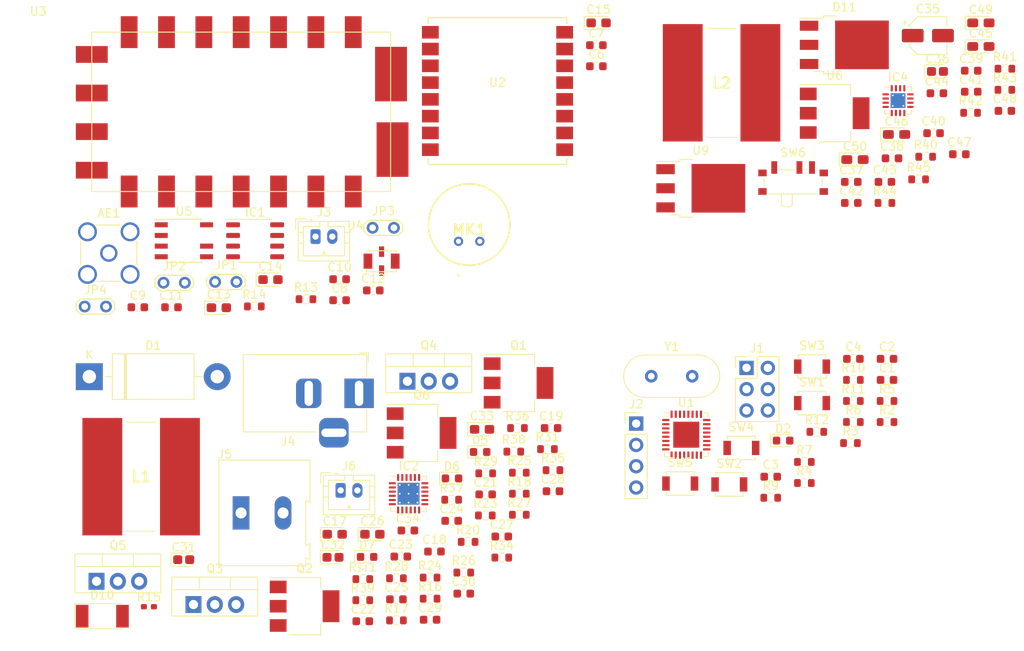
<source format=kicad_pcb>
(kicad_pcb (version 20171130) (host pcbnew "(5.1.8)-1")
  (layers (0 F.Cu signal) (31 B.Cu signal) (34 B.Paste user) (35 F.Paste user) (36 B.SilkS user) (37 F.SilkS user) (38 B.Mask user) (39 F.Mask user) (44 Edge.Cuts user))
  (net 0 "")
  (net 1 "Net-(AE1-Pad1)")
  (net 2 +3V3)
  (net 3 GND)
  (net 4 "Net-(C3-Pad1)")
  (net 5 "Net-(C4-Pad1)")
  (net 6 /COMMUNICATION/Lora_3.3V)
  (net 7 "Net-(C12-Pad1)")
  (net 8 "Net-(C12-Pad2)")
  (net 9 "Net-(C13-Pad1)")
  (net 10 +5V)
  (net 11 "Net-(C17-Pad1)")
  (net 12 "Net-(C18-Pad2)")
  (net 13 "Net-(C18-Pad1)")
  (net 14 "/POWER sheet 1/vref")
  (net 15 "Net-(C21-Pad1)")
  (net 16 BATT_IN)
  (net 17 "Net-(C23-Pad1)")
  (net 18 "Net-(C24-Pad1)")
  (net 19 "Net-(C25-Pad1)")
  (net 20 "/POWER sheet 1/BTST")
  (net 21 "/POWER sheet 1/REGN")
  (net 22 "Net-(C28-Pad2)")
  (net 23 +BATT)
  (net 24 "Net-(C30-Pad1)")
  (net 25 "Net-(C34-Pad2)")
  (net 26 "Net-(C39-Pad1)")
  (net 27 "Net-(C41-Pad1)")
  (net 28 "Net-(C43-Pad1)")
  (net 29 "Net-(D1-Pad1)")
  (net 30 "Net-(D2-Pad2)")
  (net 31 "Net-(D5-Pad2)")
  (net 32 "/POWER sheet 1/STAT1")
  (net 33 "/POWER sheet 1/STAT2")
  (net 34 "Net-(D6-Pad2)")
  (net 35 "Net-(D7-Pad2)")
  (net 36 "/POWER sheet 1/~PG")
  (net 37 18V)
  (net 38 "Net-(D11-Pad1)")
  (net 39 LM_SD)
  (net 40 "Net-(IC1-Pad4)")
  (net 41 "Net-(IC1-Pad5)")
  (net 42 "Net-(IC1-Pad8)")
  (net 43 "Net-(IC2-Pad3)")
  (net 44 "/POWER sheet 1/ISET1")
  (net 45 "/POWER sheet 1/ISET2")
  (net 46 "/POWER sheet 1/ACSET")
  (net 47 "Net-(IC2-Pad19)")
  (net 48 "Net-(IC2-Pad21)")
  (net 49 "Net-(IC4-Pad8)")
  (net 50 "Net-(IC4-Pad9)")
  (net 51 MISO)
  (net 52 SCK)
  (net 53 MOSI)
  (net 54 /RESET)
  (net 55 /TXD-FTDI_RX)
  (net 56 /RXD-FTDI_TX)
  (net 57 "Net-(J4-Pad1)")
  (net 58 /COMMUNICATION/Lora_GND)
  (net 59 "Net-(JP3-Pad2)")
  (net 60 "Net-(JP4-Pad2)")
  (net 61 "Net-(MK1-Pad1)")
  (net 62 "Net-(Q3-Pad1)")
  (net 63 "Net-(R2-Pad1)")
  (net 64 "Net-(R3-Pad2)")
  (net 65 /VOL+)
  (net 66 /FREQ+)
  (net 67 "Net-(R4-Pad2)")
  (net 68 "Net-(R10-Pad2)")
  (net 69 /VOL-)
  (net 70 /FREQ-)
  (net 71 "Net-(R11-Pad2)")
  (net 72 MOTOR_DRV)
  (net 73 "Net-(IC2-Pad23)")
  (net 74 BATT_VOLT)
  (net 75 MCU_TX)
  (net 76 MCURX)
  (net 77 pot_CS)
  (net 78 lora_SS)
  (net 79 PTT)
  (net 80 PD)
  (net 81 /COMMUNICATION/AUDIO_SIGNAL)
  (net 82 "Net-(U3-Pad12)")
  (module "CoAxial connector:SMA_Amphenol_901-144_Vertical" (layer F.Cu) (at 88.705001 94.295001)
    (fp_text reference AE1 (at 0 -4.75) (layer F.SilkS))
    (fp_text value Antenna)
    (pad 1 thru_hole circle (at 0 0) (size 2.05 2.05) (drill 1.5) (layers *.Cu *.Mask) (net 1 "Net-(AE1-Pad1)"))
    (pad 2 thru_hole circle (at 2.54 2.54) (size 2.25 2.25) (drill 1.7) (layers *.Cu *.Mask))
    (pad 2 thru_hole circle (at 2.54 -2.54) (size 2.25 2.25) (drill 1.7) (layers *.Cu *.Mask))
    (pad 2 thru_hole circle (at -2.54 -2.54) (size 2.25 2.25) (drill 1.7) (layers *.Cu *.Mask))
    (pad 2 thru_hole circle (at -2.54 2.54) (size 2.25 2.25) (drill 1.7) (layers *.Cu *.Mask))
  )
  (module Capacitor_SMD:C_0603_1608Metric (layer F.Cu) (at 181.425001 109.415001)
    (fp_text reference C1 (at 0 -1.43) (layer F.SilkS))
    (fp_text value 10nF)
    (pad 1 smd roundrect (at -0.775 0) (size 0.9 0.95) (layers F.Cu F.Paste F.Mask) (net 2 +3V3))
    (pad 2 smd roundrect (at 0.775 0) (size 0.9 0.95) (layers F.Cu F.Paste F.Mask) (net 3 GND))
  )
  (module Capacitor_SMD:C_0603_1608Metric (layer F.Cu) (at 181.425001 106.905001)
    (fp_text reference C2 (at 0 -1.43) (layer F.SilkS))
    (fp_text value 10nF)
    (pad 2 smd roundrect (at 0.775 0) (size 0.9 0.95) (layers F.Cu F.Paste F.Mask) (net 3 GND))
    (pad 1 smd roundrect (at -0.775 0) (size 0.9 0.95) (layers F.Cu F.Paste F.Mask) (net 2 +3V3))
  )
  (module Capacitor_SMD:C_0603_1608Metric (layer F.Cu) (at 167.565001 120.955001)
    (fp_text reference C3 (at 0 -1.43) (layer F.SilkS))
    (fp_text value 22pF)
    (pad 2 smd roundrect (at 0.775 0) (size 0.9 0.95) (layers F.Cu F.Paste F.Mask) (net 3 GND))
    (pad 1 smd roundrect (at -0.775 0) (size 0.9 0.95) (layers F.Cu F.Paste F.Mask) (net 4 "Net-(C3-Pad1)"))
  )
  (module Capacitor_SMD:C_0603_1608Metric (layer F.Cu) (at 177.415001 106.905001)
    (fp_text reference C4 (at 0 -1.43) (layer F.SilkS))
    (fp_text value 22pF)
    (pad 1 smd roundrect (at -0.775 0) (size 0.9 0.95) (layers F.Cu F.Paste F.Mask) (net 5 "Net-(C4-Pad1)"))
    (pad 2 smd roundrect (at 0.775 0) (size 0.9 0.95) (layers F.Cu F.Paste F.Mask) (net 3 GND))
  )
  (module Capacitor_SMD:C_0603_1608Metric (layer F.Cu) (at 146.795001 72.015001)
    (fp_text reference C6 (at 0 -1.43) (layer F.SilkS))
    (fp_text value 10nF)
    (pad 1 smd roundrect (at -0.775 0) (size 0.9 0.95) (layers F.Cu F.Paste F.Mask) (net 2 +3V3))
    (pad 2 smd roundrect (at 0.775 0) (size 0.9 0.95) (layers F.Cu F.Paste F.Mask) (net 3 GND))
  )
  (module Capacitor_SMD:C_0603_1608Metric (layer F.Cu) (at 146.795001 69.505001)
    (fp_text reference C7 (at 0 -1.43) (layer F.SilkS))
    (fp_text value 100nF)
    (pad 1 smd roundrect (at -0.775 0) (size 0.9 0.95) (layers F.Cu F.Paste F.Mask) (net 2 +3V3))
    (pad 2 smd roundrect (at 0.775 0) (size 0.9 0.95) (layers F.Cu F.Paste F.Mask) (net 3 GND))
  )
  (module Capacitor_SMD:C_0603_1608Metric (layer F.Cu) (at 116.205001 99.915001)
    (fp_text reference C8 (at 0 -1.43) (layer F.SilkS))
    (fp_text value 100nF)
    (pad 2 smd roundrect (at 0.775 0) (size 0.9 0.95) (layers F.Cu F.Paste F.Mask) (net 3 GND))
    (pad 1 smd roundrect (at -0.775 0) (size 0.9 0.95) (layers F.Cu F.Paste F.Mask) (net 2 +3V3))
  )
  (module Capacitor_SMD:C_0603_1608Metric (layer F.Cu) (at 92.165001 100.755001)
    (fp_text reference C9 (at 0 -1.43) (layer F.SilkS))
    (fp_text value 100nF)
    (pad 2 smd roundrect (at 0.775 0) (size 0.9 0.95) (layers F.Cu F.Paste F.Mask) (net 6 /COMMUNICATION/Lora_3.3V))
    (pad 1 smd roundrect (at -0.775 0) (size 0.9 0.95) (layers F.Cu F.Paste F.Mask) (net 3 GND))
  )
  (module Capacitor_SMD:C_0603_1608Metric (layer F.Cu) (at 116.205001 97.405001)
    (fp_text reference C10 (at 0 -1.43) (layer F.SilkS))
    (fp_text value 10uF)
    (pad 2 smd roundrect (at 0.775 0) (size 0.9 0.95) (layers F.Cu F.Paste F.Mask) (net 3 GND))
    (pad 1 smd roundrect (at -0.775 0) (size 0.9 0.95) (layers F.Cu F.Paste F.Mask) (net 2 +3V3))
  )
  (module Capacitor_SMD:C_0603_1608Metric (layer F.Cu) (at 96.175001 100.755001)
    (fp_text reference C11 (at 0 -1.43) (layer F.SilkS))
    (fp_text value 10nF)
    (pad 1 smd roundrect (at -0.775 0) (size 0.9 0.95) (layers F.Cu F.Paste F.Mask) (net 2 +3V3))
    (pad 2 smd roundrect (at 0.775 0) (size 0.9 0.95) (layers F.Cu F.Paste F.Mask) (net 3 GND))
  )
  (module Capacitor_SMD:C_0603_1608Metric (layer F.Cu) (at 120.215001 98.745001)
    (fp_text reference C12 (at 0 -1.43) (layer F.SilkS))
    (fp_text value 0.1uF)
    (pad 1 smd roundrect (at -0.775 0) (size 0.9 0.95) (layers F.Cu F.Paste F.Mask) (net 7 "Net-(C12-Pad1)"))
    (pad 2 smd roundrect (at 0.775 0) (size 0.9 0.95) (layers F.Cu F.Paste F.Mask) (net 8 "Net-(C12-Pad2)"))
  )
  (module Capacitor_Tantalum_SMD:CP_EIA-2012-12_Kemet-R (layer F.Cu) (at 101.820001 100.805001)
    (fp_text reference C13 (at 0 -1.58) (layer F.SilkS))
    (fp_text value 1.0uF)
    (pad 1 smd roundrect (at -0.8875 0) (size 1.125 1.05) (layers F.Cu F.Paste F.Mask) (roundrect_rratio 0.238095) (net 9 "Net-(C13-Pad1)"))
    (pad 2 smd roundrect (at 0.8875 0) (size 1.125 1.05) (layers F.Cu F.Paste F.Mask) (roundrect_rratio 0.238095) (net 3 GND))
  )
  (module Capacitor_Tantalum_SMD:CP_EIA-2012-12_Kemet-R (layer F.Cu) (at 107.970001 97.455001)
    (fp_text reference C14 (at 0 -1.58) (layer F.SilkS))
    (fp_text value 1.0uF)
    (pad 2 smd roundrect (at 0.8875 0) (size 1.125 1.05) (layers F.Cu F.Paste F.Mask) (roundrect_rratio 0.238095) (net 3 GND))
    (pad 1 smd roundrect (at -0.8875 0) (size 1.125 1.05) (layers F.Cu F.Paste F.Mask) (roundrect_rratio 0.238095) (net 10 +5V))
  )
  (module Capacitor_Tantalum_SMD:CP_EIA-2012-12_Kemet-R (layer F.Cu) (at 147.060001 66.845001)
    (fp_text reference C15 (at 0 -1.58) (layer F.SilkS))
    (fp_text value 10nF)
    (pad 2 smd roundrect (at 0.8875 0) (size 1.125 1.05) (layers F.Cu F.Paste F.Mask) (roundrect_rratio 0.238095) (net 3 GND))
    (pad 1 smd roundrect (at -0.8875 0) (size 1.125 1.05) (layers F.Cu F.Paste F.Mask) (roundrect_rratio 0.238095) (net 10 +5V))
  )
  (module Capacitor_Tantalum_SMD:CP_EIA-2012-12_Kemet-R (layer F.Cu) (at 115.620001 127.815001)
    (fp_text reference C17 (at 0 -1.58) (layer F.SilkS))
    (fp_text value 2.2uF)
    (pad 1 smd roundrect (at -0.8875 0) (size 1.125 1.05) (layers F.Cu F.Paste F.Mask) (roundrect_rratio 0.238095) (net 11 "Net-(C17-Pad1)"))
    (pad 2 smd roundrect (at 0.8875 0) (size 1.125 1.05) (layers F.Cu F.Paste F.Mask) (roundrect_rratio 0.238095) (net 3 GND))
  )
  (module Capacitor_SMD:C_0603_1608Metric (layer F.Cu) (at 127.505001 129.875001)
    (fp_text reference C18 (at 0 -1.43) (layer F.SilkS))
    (fp_text value 0.1uF)
    (pad 2 smd roundrect (at 0.775 0) (size 0.9 0.95) (layers F.Cu F.Paste F.Mask) (net 12 "Net-(C18-Pad2)"))
    (pad 1 smd roundrect (at -0.775 0) (size 0.9 0.95) (layers F.Cu F.Paste F.Mask) (net 13 "Net-(C18-Pad1)"))
  )
  (module Capacitor_SMD:C_0603_1608Metric (layer F.Cu) (at 141.405001 115.155001)
    (fp_text reference C19 (at 0 -1.43) (layer F.SilkS))
    (fp_text value 1uF)
    (pad 1 smd roundrect (at -0.775 0) (size 0.9 0.95) (layers F.Cu F.Paste F.Mask) (net 14 "/POWER sheet 1/vref"))
    (pad 2 smd roundrect (at 0.775 0) (size 0.9 0.95) (layers F.Cu F.Paste F.Mask) (net 3 GND))
  )
  (module Capacitor_SMD:C_0603_1608Metric (layer F.Cu) (at 133.605001 123.065001)
    (fp_text reference C21 (at 0 -1.43) (layer F.SilkS))
    (fp_text value 0.1uF)
    (pad 1 smd roundrect (at -0.775 0) (size 0.9 0.95) (layers F.Cu F.Paste F.Mask) (net 15 "Net-(C21-Pad1)"))
    (pad 2 smd roundrect (at 0.775 0) (size 0.9 0.95) (layers F.Cu F.Paste F.Mask) (net 3 GND))
  )
  (module Capacitor_SMD:C_0603_1608Metric (layer F.Cu) (at 118.965001 138.185001)
    (fp_text reference C22 (at 0 -1.43) (layer F.SilkS))
    (fp_text value 0.1uF)
    (pad 1 smd roundrect (at -0.775 0) (size 0.9 0.95) (layers F.Cu F.Paste F.Mask) (net 16 BATT_IN))
    (pad 2 smd roundrect (at 0.775 0) (size 0.9 0.95) (layers F.Cu F.Paste F.Mask) (net 15 "Net-(C21-Pad1)"))
  )
  (module Capacitor_SMD:C_0603_1608Metric (layer F.Cu) (at 123.495001 130.475001)
    (fp_text reference C23 (at 0 -1.43) (layer F.SilkS))
    (fp_text value 1uF)
    (pad 2 smd roundrect (at 0.775 0) (size 0.9 0.95) (layers F.Cu F.Paste F.Mask) (net 3 GND))
    (pad 1 smd roundrect (at -0.775 0) (size 0.9 0.95) (layers F.Cu F.Paste F.Mask) (net 17 "Net-(C23-Pad1)"))
  )
  (module Capacitor_SMD:C_0603_1608Metric (layer F.Cu) (at 129.555001 126.215001)
    (fp_text reference C24 (at 0 -1.43) (layer F.SilkS))
    (fp_text value 0.05uF_1206)
    (pad 1 smd roundrect (at -0.775 0) (size 0.9 0.95) (layers F.Cu F.Paste F.Mask) (net 18 "Net-(C24-Pad1)"))
    (pad 2 smd roundrect (at 0.775 0) (size 0.9 0.95) (layers F.Cu F.Paste F.Mask) (net 3 GND))
  )
  (module Capacitor_SMD:C_0603_1608Metric (layer F.Cu) (at 122.975001 135.575001)
    (fp_text reference C25 (at 0 -1.43) (layer F.SilkS))
    (fp_text value 0.1uF)
    (pad 1 smd roundrect (at -0.775 0) (size 0.9 0.95) (layers F.Cu F.Paste F.Mask) (net 19 "Net-(C25-Pad1)"))
    (pad 2 smd roundrect (at 0.775 0) (size 0.9 0.95) (layers F.Cu F.Paste F.Mask) (net 20 "/POWER sheet 1/BTST"))
  )
  (module Capacitor_Tantalum_SMD:CP_EIA-2012-12_Kemet-R (layer F.Cu) (at 120.110001 127.815001)
    (fp_text reference C26 (at 0 -1.58) (layer F.SilkS))
    (fp_text value 10uF)
    (pad 2 smd roundrect (at 0.8875 0) (size 1.125 1.05) (layers F.Cu F.Paste F.Mask) (roundrect_rratio 0.238095) (net 3 GND))
    (pad 1 smd roundrect (at -0.8875 0) (size 1.125 1.05) (layers F.Cu F.Paste F.Mask) (roundrect_rratio 0.238095) (net 16 BATT_IN))
  )
  (module Capacitor_SMD:C_0603_1608Metric (layer F.Cu) (at 135.525001 128.085001)
    (fp_text reference C27 (at 0 -1.43) (layer F.SilkS))
    (fp_text value 1uF)
    (pad 2 smd roundrect (at 0.775 0) (size 0.9 0.95) (layers F.Cu F.Paste F.Mask) (net 3 GND))
    (pad 1 smd roundrect (at -0.775 0) (size 0.9 0.95) (layers F.Cu F.Paste F.Mask) (net 21 "/POWER sheet 1/REGN"))
  )
  (module Capacitor_SMD:C_0603_1608Metric (layer F.Cu) (at 141.625001 122.685001)
    (fp_text reference C28 (at 0 -1.43) (layer F.SilkS))
    (fp_text value "0.1uF >25v")
    (pad 2 smd roundrect (at 0.775 0) (size 0.9 0.95) (layers F.Cu F.Paste F.Mask) (net 22 "Net-(C28-Pad2)"))
    (pad 1 smd roundrect (at -0.775 0) (size 0.9 0.95) (layers F.Cu F.Paste F.Mask) (net 3 GND))
  )
  (module Capacitor_SMD:C_0603_1608Metric (layer F.Cu) (at 126.985001 138.005001)
    (fp_text reference C29 (at 0 -1.43) (layer F.SilkS))
    (fp_text value 0.1uF>25V)
    (pad 1 smd roundrect (at -0.775 0) (size 0.9 0.95) (layers F.Cu F.Paste F.Mask) (net 22 "Net-(C28-Pad2)"))
    (pad 2 smd roundrect (at 0.775 0) (size 0.9 0.95) (layers F.Cu F.Paste F.Mask) (net 23 +BATT))
  )
  (module Capacitor_SMD:C_0603_1608Metric (layer F.Cu) (at 130.995001 134.895001)
    (fp_text reference C30 (at 0 -1.43) (layer F.SilkS))
    (fp_text value 0.1uF_>25v)
    (pad 2 smd roundrect (at 0.775 0) (size 0.9 0.95) (layers F.Cu F.Paste F.Mask) (net 16 BATT_IN))
    (pad 1 smd roundrect (at -0.775 0) (size 0.9 0.95) (layers F.Cu F.Paste F.Mask) (net 24 "Net-(C30-Pad1)"))
  )
  (module Capacitor_Tantalum_SMD:CP_EIA-1608-10_AVX-L (layer F.Cu) (at 97.630001 130.845001)
    (fp_text reference C31 (at 0 -1.48) (layer F.SilkS))
    (fp_text value "10uF >25V")
    (pad 1 smd roundrect (at -0.7125 0) (size 1.075 1.05) (layers F.Cu F.Paste F.Mask) (roundrect_rratio 0.238095) (net 23 +BATT))
    (pad 2 smd roundrect (at 0.7125 0) (size 1.075 1.05) (layers F.Cu F.Paste F.Mask) (roundrect_rratio 0.238095) (net 3 GND))
  )
  (module Capacitor_Tantalum_SMD:CP_EIA-1608-10_AVX-L (layer F.Cu) (at 115.420001 130.565001)
    (fp_text reference C32 (at 0 -1.48) (layer F.SilkS))
    (fp_text value 10uF>25V)
    (pad 2 smd roundrect (at 0.7125 0) (size 1.075 1.05) (layers F.Cu F.Paste F.Mask) (roundrect_rratio 0.238095) (net 3 GND))
    (pad 1 smd roundrect (at -0.7125 0) (size 1.075 1.05) (layers F.Cu F.Paste F.Mask) (roundrect_rratio 0.238095) (net 23 +BATT))
  )
  (module Capacitor_Tantalum_SMD:CP_EIA-2012-12_Kemet-R (layer F.Cu) (at 133.170001 115.305001)
    (fp_text reference C33 (at 0 -1.58) (layer F.SilkS))
    (fp_text value 10uF)
    (pad 1 smd roundrect (at -0.8875 0) (size 1.125 1.05) (layers F.Cu F.Paste F.Mask) (roundrect_rratio 0.238095) (net 16 BATT_IN))
    (pad 2 smd roundrect (at 0.8875 0) (size 1.125 1.05) (layers F.Cu F.Paste F.Mask) (roundrect_rratio 0.238095) (net 3 GND))
  )
  (module Capacitor_SMD:C_0603_1608Metric (layer F.Cu) (at 124.335001 127.365001)
    (fp_text reference C34 (at 0 -1.43) (layer F.SilkS))
    (fp_text value 1uF)
    (pad 1 smd roundrect (at -0.775 0) (size 0.9 0.95) (layers F.Cu F.Paste F.Mask) (net 23 +BATT))
    (pad 2 smd roundrect (at 0.775 0) (size 0.9 0.95) (layers F.Cu F.Paste F.Mask) (net 25 "Net-(C34-Pad2)"))
  )
  (module Capacitor_SMD:CP_Elec_4x4.5 (layer F.Cu) (at 186.285001 68.365001)
    (fp_text reference C35 (at 0 -3.2) (layer F.SilkS))
    (fp_text value 10uF)
    (pad 1 smd roundrect (at -1.8 0) (size 2.6 1.6) (layers F.Cu F.Paste F.Mask) (roundrect_rratio 0.15625) (net 16 BATT_IN))
    (pad 2 smd roundrect (at 1.8 0) (size 2.6 1.6) (layers F.Cu F.Paste F.Mask) (roundrect_rratio 0.15625) (net 3 GND))
  )
  (module Capacitor_Tantalum_SMD:CP_EIA-1608-08_AVX-J (layer F.Cu) (at 187.430001 72.635001)
    (fp_text reference C36 (at 0 -1.48) (layer F.SilkS))
    (fp_text value 10uF_50V)
    (pad 1 smd roundrect (at -0.7125 0) (size 1.075 1.05) (layers F.Cu F.Paste F.Mask) (roundrect_rratio 0.238095) (net 16 BATT_IN))
    (pad 2 smd roundrect (at 0.7125 0) (size 1.075 1.05) (layers F.Cu F.Paste F.Mask) (roundrect_rratio 0.238095) (net 3 GND))
  )
  (module Capacitor_SMD:C_0603_1608Metric (layer F.Cu) (at 177.165001 85.805001)
    (fp_text reference C37 (at 0 -1.43) (layer F.SilkS))
    (fp_text value 1uF)
    (pad 2 smd roundrect (at 0.775 0) (size 0.9 0.95) (layers F.Cu F.Paste F.Mask) (net 3 GND))
    (pad 1 smd roundrect (at -0.775 0) (size 0.9 0.95) (layers F.Cu F.Paste F.Mask) (net 16 BATT_IN))
  )
  (module Capacitor_SMD:C_0603_1608Metric (layer F.Cu) (at 182.015001 82.995001)
    (fp_text reference C38 (at 0 -1.43) (layer F.SilkS))
    (fp_text value 1uF)
    (pad 1 smd roundrect (at -0.775 0) (size 0.9 0.95) (layers F.Cu F.Paste F.Mask) (net 16 BATT_IN))
    (pad 2 smd roundrect (at 0.775 0) (size 0.9 0.95) (layers F.Cu F.Paste F.Mask) (net 3 GND))
  )
  (module Capacitor_SMD:C_0603_1608Metric (layer F.Cu) (at 191.455001 72.545001)
    (fp_text reference C39 (at 0 -1.43) (layer F.SilkS))
    (fp_text value 27nF)
    (pad 1 smd roundrect (at -0.775 0) (size 0.9 0.95) (layers F.Cu F.Paste F.Mask) (net 26 "Net-(C39-Pad1)"))
    (pad 2 smd roundrect (at 0.775 0) (size 0.9 0.95) (layers F.Cu F.Paste F.Mask) (net 3 GND))
  )
  (module Capacitor_SMD:C_0603_1608Metric (layer F.Cu) (at 186.965001 79.995001)
    (fp_text reference C40 (at 0 -1.43) (layer F.SilkS))
    (fp_text value "4.7uF _3.705mOhm")
    (pad 1 smd roundrect (at -0.775 0) (size 0.9 0.95) (layers F.Cu F.Paste F.Mask) (net 16 BATT_IN))
    (pad 2 smd roundrect (at 0.775 0) (size 0.9 0.95) (layers F.Cu F.Paste F.Mask) (net 3 GND))
  )
  (module Capacitor_SMD:C_0603_1608Metric (layer F.Cu) (at 191.455001 75.055001)
    (fp_text reference C41 (at 0 -1.43) (layer F.SilkS))
    (fp_text value 100nF)
    (pad 2 smd roundrect (at 0.775 0) (size 0.9 0.95) (layers F.Cu F.Paste F.Mask) (net 3 GND))
    (pad 1 smd roundrect (at -0.775 0) (size 0.9 0.95) (layers F.Cu F.Paste F.Mask) (net 27 "Net-(C41-Pad1)"))
  )
  (module Capacitor_SMD:C_0603_1608Metric (layer F.Cu) (at 177.165001 88.315001)
    (fp_text reference C42 (at 0 -1.43) (layer F.SilkS))
    (fp_text value 100nF_0.064ohm)
    (pad 2 smd roundrect (at 0.775 0) (size 0.9 0.95) (layers F.Cu F.Paste F.Mask) (net 3 GND))
    (pad 1 smd roundrect (at -0.775 0) (size 0.9 0.95) (layers F.Cu F.Paste F.Mask) (net 16 BATT_IN))
  )
  (module Capacitor_SMD:C_0603_1608Metric (layer F.Cu) (at 181.175001 85.805001)
    (fp_text reference C43 (at 0 -1.43) (layer F.SilkS))
    (fp_text value 8.2nF)
    (pad 2 smd roundrect (at 0.775 0) (size 0.9 0.95) (layers F.Cu F.Paste F.Mask) (net 3 GND))
    (pad 1 smd roundrect (at -0.775 0) (size 0.9 0.95) (layers F.Cu F.Paste F.Mask) (net 28 "Net-(C43-Pad1)"))
  )
  (module Capacitor_SMD:C_0603_1608Metric (layer F.Cu) (at 187.365001 75.235001)
    (fp_text reference C44 (at 0 -1.43) (layer F.SilkS))
    (fp_text value 1uF)
    (pad 2 smd roundrect (at 0.775 0) (size 0.9 0.95) (layers F.Cu F.Paste F.Mask) (net 3 GND))
    (pad 1 smd roundrect (at -0.775 0) (size 0.9 0.95) (layers F.Cu F.Paste F.Mask) (net 10 +5V))
  )
  (module Capacitor_Tantalum_SMD:CP_EIA-2012-12_Kemet-R_Pad1.30x1.05mm_HandSolder (layer F.Cu) (at 192.605001 69.655001)
    (fp_text reference C45 (at 0 -1.58) (layer F.SilkS))
    (fp_text value 2.2uF)
    (pad 2 smd roundrect (at 0.975 0) (size 1.3 1.05) (layers F.Cu F.Paste F.Mask) (roundrect_rratio 0.238095) (net 3 GND))
    (pad 1 smd roundrect (at -0.975 0) (size 1.3 1.05) (layers F.Cu F.Paste F.Mask) (roundrect_rratio 0.238095) (net 10 +5V))
  )
  (module Capacitor_Tantalum_SMD:CP_EIA-2012-12_Kemet-R_Pad1.30x1.05mm_HandSolder (layer F.Cu) (at 182.555001 80.145001)
    (fp_text reference C46 (at 0 -1.58) (layer F.SilkS))
    (fp_text value 10uF)
    (pad 1 smd roundrect (at -0.975 0) (size 1.3 1.05) (layers F.Cu F.Paste F.Mask) (roundrect_rratio 0.238095) (net 10 +5V))
    (pad 2 smd roundrect (at 0.975 0) (size 1.3 1.05) (layers F.Cu F.Paste F.Mask) (roundrect_rratio 0.238095) (net 3 GND))
  )
  (module Capacitor_SMD:C_0603_1608Metric (layer F.Cu) (at 190.035001 82.505001)
    (fp_text reference C47 (at 0 -1.43) (layer F.SilkS))
    (fp_text value 1uF)
    (pad 1 smd roundrect (at -0.775 0) (size 0.9 0.95) (layers F.Cu F.Paste F.Mask) (net 10 +5V))
    (pad 2 smd roundrect (at 0.775 0) (size 0.9 0.95) (layers F.Cu F.Paste F.Mask) (net 3 GND))
  )
  (module Capacitor_SMD:C_0603_1608Metric (layer F.Cu) (at 195.465001 77.335001)
    (fp_text reference C48 (at 0 -1.43) (layer F.SilkS))
    (fp_text value 0.1uF)
    (pad 2 smd roundrect (at 0.775 0) (size 0.9 0.95) (layers F.Cu F.Paste F.Mask) (net 3 GND))
    (pad 1 smd roundrect (at -0.775 0) (size 0.9 0.95) (layers F.Cu F.Paste F.Mask) (net 2 +3V3))
  )
  (module Capacitor_Tantalum_SMD:CP_EIA-2012-12_Kemet-R_Pad1.30x1.05mm_HandSolder (layer F.Cu) (at 192.605001 66.845001)
    (fp_text reference C49 (at 0 -1.58) (layer F.SilkS))
    (fp_text value 1uF)
    (pad 1 smd roundrect (at -0.975 0) (size 1.3 1.05) (layers F.Cu F.Paste F.Mask) (roundrect_rratio 0.238095) (net 2 +3V3))
    (pad 2 smd roundrect (at 0.975 0) (size 1.3 1.05) (layers F.Cu F.Paste F.Mask) (roundrect_rratio 0.238095) (net 3 GND))
  )
  (module Capacitor_Tantalum_SMD:CP_EIA-2012-12_Kemet-R_Pad1.30x1.05mm_HandSolder (layer F.Cu) (at 177.605001 83.145001)
    (fp_text reference C50 (at 0 -1.58) (layer F.SilkS))
    (fp_text value 10uF)
    (pad 2 smd roundrect (at 0.975 0) (size 1.3 1.05) (layers F.Cu F.Paste F.Mask) (roundrect_rratio 0.238095) (net 3 GND))
    (pad 1 smd roundrect (at -0.975 0) (size 1.3 1.05) (layers F.Cu F.Paste F.Mask) (roundrect_rratio 0.238095) (net 10 +5V))
  )
  (module Diode_THT:D_DO-201AD_P15.24mm_Horizontal (layer F.Cu) (at 86.385001 109.025001)
    (fp_text reference D1 (at 7.62 -3.72) (layer F.SilkS))
    (fp_text value 1N5406)
    (fp_text user K (at 0 -2.6) (layer F.SilkS))
    (pad 1 thru_hole rect (at 0 0) (size 3.2 3.2) (drill 1.6) (layers *.Cu *.Mask) (net 29 "Net-(D1-Pad1)"))
    (pad 2 thru_hole oval (at 15.24 0) (size 3.2 3.2) (drill 1.6) (layers *.Cu *.Mask) (net 3 GND))
  )
  (module LED_SMD:LED_0603_1608Metric (layer F.Cu) (at 169.045001 116.645001)
    (fp_text reference D2 (at 0 -1.43) (layer F.SilkS))
    (fp_text value LED)
    (pad 1 smd roundrect (at -0.7875 0) (size 0.875 0.95) (layers F.Cu F.Paste F.Mask) (net 3 GND))
    (pad 2 smd roundrect (at 0.7875 0) (size 0.875 0.95) (layers F.Cu F.Paste F.Mask) (net 30 "Net-(D2-Pad2)"))
  )
  (module LED_SMD:LED_0603_1608Metric (layer F.Cu) (at 132.945001 118.005001)
    (fp_text reference D5 (at 0 -1.43) (layer F.SilkS))
    (fp_text value LED)
    (pad 2 smd roundrect (at 0.7875 0) (size 0.875 0.95) (layers F.Cu F.Paste F.Mask) (net 31 "Net-(D5-Pad2)"))
    (pad 1 smd roundrect (at -0.7875 0) (size 0.875 0.95) (layers F.Cu F.Paste F.Mask) (net 32 "/POWER sheet 1/STAT1"))
  )
  (module LED_SMD:LED_0603_1608Metric (layer F.Cu) (at 129.595001 121.155001)
    (fp_text reference D6 (at 0 -1.43) (layer F.SilkS))
    (fp_text value LED)
    (pad 1 smd roundrect (at -0.7875 0) (size 0.875 0.95) (layers F.Cu F.Paste F.Mask) (net 33 "/POWER sheet 1/STAT2"))
    (pad 2 smd roundrect (at 0.7875 0) (size 0.875 0.95) (layers F.Cu F.Paste F.Mask) (net 34 "Net-(D6-Pad2)"))
  )
  (module LED_SMD:LED_0603_1608Metric (layer F.Cu) (at 119.485001 130.515001)
    (fp_text reference D7 (at 0 -1.43) (layer F.SilkS))
    (fp_text value LED)
    (pad 2 smd roundrect (at 0.7875 0) (size 0.875 0.95) (layers F.Cu F.Paste F.Mask) (net 35 "Net-(D7-Pad2)"))
    (pad 1 smd roundrect (at -0.7875 0) (size 0.875 0.95) (layers F.Cu F.Paste F.Mask) (net 36 "/POWER sheet 1/~PG"))
  )
  (module Diode_SMD:D_MELF (layer F.Cu) (at 87.935001 137.585001)
    (fp_text reference D10 (at 0 -2.5) (layer F.SilkS))
    (fp_text value 1N6858UR)
    (pad 1 smd rect (at -2.4 0) (size 1.5 2.7) (layers F.Cu F.Paste F.Mask) (net 20 "/POWER sheet 1/BTST"))
    (pad 2 smd rect (at 2.4 0) (size 1.5 2.7) (layers F.Cu F.Paste F.Mask) (net 21 "/POWER sheet 1/REGN"))
  )
  (module Package_TO_SOT_SMD:TO-252-3_TabPin2 (layer F.Cu) (at 176.335001 69.465001)
    (fp_text reference D11 (at 0 -4.5) (layer F.SilkS))
    (fp_text value "DIODE SCHOTTKY 200V 10A DPAK")
    (pad 2 smd rect (at 2.1 0) (size 6.4 5.8) (layers F.Cu F.Mask) (net 37 18V))
    (pad 3 smd rect (at -4.2 2.28) (size 2.2 1.2) (layers F.Cu F.Paste F.Mask))
    (pad 2 smd rect (at -4.2 0) (size 2.2 1.2) (layers F.Cu F.Paste F.Mask) (net 37 18V))
    (pad 1 smd rect (at -4.2 -2.28) (size 2.2 1.2) (layers F.Cu F.Paste F.Mask) (net 38 "Net-(D11-Pad1)"))
  )
  (module Package_SO:SOP-8_3.9x4.9mm_P1.27mm (layer F.Cu) (at 106.135001 92.825001)
    (fp_text reference IC1 (at 0 -3.4) (layer F.SilkS))
    (fp_text value LM4871MX)
    (pad 1 smd roundrect (at -2.625 -1.905) (size 1.65 0.6) (layers F.Cu F.Paste F.Mask) (net 39 LM_SD))
    (pad 2 smd roundrect (at -2.625 -0.635) (size 1.65 0.6) (layers F.Cu F.Paste F.Mask) (net 9 "Net-(C13-Pad1)"))
    (pad 3 smd roundrect (at -2.625 0.635) (size 1.65 0.6) (layers F.Cu F.Paste F.Mask) (net 9 "Net-(C13-Pad1)"))
    (pad 4 smd roundrect (at -2.625 1.905) (size 1.65 0.6) (layers F.Cu F.Paste F.Mask) (net 40 "Net-(IC1-Pad4)"))
    (pad 5 smd roundrect (at 2.625 1.905) (size 1.65 0.6) (layers F.Cu F.Paste F.Mask) (net 41 "Net-(IC1-Pad5)"))
    (pad 6 smd roundrect (at 2.625 0.635) (size 1.65 0.6) (layers F.Cu F.Paste F.Mask) (net 10 +5V))
    (pad 7 smd roundrect (at 2.625 -0.635) (size 1.65 0.6) (layers F.Cu F.Paste F.Mask) (net 3 GND))
    (pad 8 smd roundrect (at 2.625 -1.905) (size 1.65 0.6) (layers F.Cu F.Paste F.Mask) (net 42 "Net-(IC1-Pad8)"))
  )
  (module Package_DFN_QFN:WQFN-16-1EP_3x3mm_P0.5mm_EP1.75x1.75mm_ThermalVias (layer F.Cu) (at 182.735001 76.115001)
    (fp_text reference IC4 (at 0 -2.8) (layer F.SilkS))
    (fp_text value TPS55340RTER)
    (pad 1 smd roundrect (at -1.475 -0.75) (size 0.75 0.25) (layers F.Cu F.Paste F.Mask) (net 38 "Net-(D11-Pad1)"))
    (pad 2 smd roundrect (at -1.475 -0.25) (size 0.75 0.25) (layers F.Cu F.Paste F.Mask) (net 16 BATT_IN))
    (pad 3 smd roundrect (at -1.475 0.25) (size 0.75 0.25) (layers F.Cu F.Paste F.Mask) (net 16 BATT_IN))
    (pad 4 smd roundrect (at -1.475 0.75) (size 0.75 0.25) (layers F.Cu F.Paste F.Mask) (net 26 "Net-(C39-Pad1)"))
    (pad 5 smd roundrect (at -0.75 1.475) (size 0.25 0.75) (layers F.Cu F.Paste F.Mask))
    (pad 6 smd roundrect (at -0.25 1.475) (size 0.25 0.75) (layers F.Cu F.Paste F.Mask) (net 3 GND))
    (pad 7 smd roundrect (at 0.25 1.475) (size 0.25 0.75) (layers F.Cu F.Paste F.Mask) (net 28 "Net-(C43-Pad1)"))
    (pad 8 smd roundrect (at 0.75 1.475) (size 0.25 0.75) (layers F.Cu F.Paste F.Mask) (net 49 "Net-(IC4-Pad8)"))
    (pad 9 smd roundrect (at 1.475 0.75) (size 0.75 0.25) (layers F.Cu F.Paste F.Mask) (net 50 "Net-(IC4-Pad9)"))
    (pad 10 smd roundrect (at 1.475 0.25) (size 0.75 0.25) (layers F.Cu F.Paste F.Mask) (net 3 GND))
    (pad 11 smd roundrect (at 1.475 -0.25) (size 0.75 0.25) (layers F.Cu F.Paste F.Mask) (net 3 GND))
    (pad 12 smd roundrect (at 1.475 -0.75) (size 0.75 0.25) (layers F.Cu F.Paste F.Mask) (net 3 GND))
    (pad 13 smd roundrect (at 0.75 -1.475) (size 0.25 0.75) (layers F.Cu F.Paste F.Mask) (net 3 GND))
    (pad 14 smd roundrect (at 0.25 -1.475) (size 0.25 0.75) (layers F.Cu F.Paste F.Mask) (net 3 GND))
    (pad 15 smd roundrect (at -0.25 -1.475) (size 0.25 0.75) (layers F.Cu F.Paste F.Mask) (net 38 "Net-(D11-Pad1)"))
    (pad 16 smd roundrect (at -0.75 -1.475) (size 0.25 0.75) (layers F.Cu F.Paste F.Mask) (net 38 "Net-(D11-Pad1)"))
    (pad 17 smd rect (at 0 0) (size 1.75 1.75) (layers F.Cu F.Mask) (net 3 GND))
    (pad 17 thru_hole circle (at -0.625 -0.625) (size 0.5 0.5) (drill 0.2) (layers *.Cu) (net 3 GND))
    (pad 17 thru_hole circle (at 0.625 -0.625) (size 0.5 0.5) (drill 0.2) (layers *.Cu) (net 3 GND))
    (pad 17 thru_hole circle (at -0.625 0.625) (size 0.5 0.5) (drill 0.2) (layers *.Cu) (net 3 GND))
    (pad 17 thru_hole circle (at 0.625 0.625) (size 0.5 0.5) (drill 0.2) (layers *.Cu) (net 3 GND))
    (pad 17 smd rect (at 0 0) (size 1.75 1.75) (layers B.Cu) (net 3 GND))
  )
  (module Connector_PinHeader_2.54mm:PinHeader_2x03_P2.54mm_Vertical (layer F.Cu) (at 164.685001 107.975001)
    (fp_text reference J1 (at 1.27 -2.33) (layer F.SilkS))
    (fp_text value ICSP)
    (pad 1 thru_hole rect (at 0 0) (size 1.7 1.7) (drill 1) (layers *.Cu *.Mask) (net 51 MISO))
    (pad 2 thru_hole oval (at 2.54 0) (size 1.7 1.7) (drill 1) (layers *.Cu *.Mask) (net 2 +3V3))
    (pad 3 thru_hole oval (at 0 2.54) (size 1.7 1.7) (drill 1) (layers *.Cu *.Mask) (net 52 SCK))
    (pad 4 thru_hole oval (at 2.54 2.54) (size 1.7 1.7) (drill 1) (layers *.Cu *.Mask) (net 53 MOSI))
    (pad 5 thru_hole oval (at 0 5.08) (size 1.7 1.7) (drill 1) (layers *.Cu *.Mask) (net 54 /RESET))
    (pad 6 thru_hole oval (at 2.54 5.08) (size 1.7 1.7) (drill 1) (layers *.Cu *.Mask) (net 3 GND))
  )
  (module Connector_PinHeader_2.54mm:PinHeader_1x04_P2.54mm_Vertical (layer F.Cu) (at 151.535001 114.625001)
    (fp_text reference J2 (at 0 -2.33) (layer F.SilkS))
    (fp_text value FTDI_CONN)
    (pad 1 thru_hole rect (at 0 0) (size 1.7 1.7) (drill 1) (layers *.Cu *.Mask) (net 2 +3V3))
    (pad 2 thru_hole oval (at 0 2.54) (size 1.7 1.7) (drill 1) (layers *.Cu *.Mask) (net 55 /TXD-FTDI_RX))
    (pad 3 thru_hole oval (at 0 5.08) (size 1.7 1.7) (drill 1) (layers *.Cu *.Mask) (net 56 /RXD-FTDI_TX))
    (pad 4 thru_hole oval (at 0 7.62) (size 1.7 1.7) (drill 1) (layers *.Cu *.Mask) (net 3 GND))
  )
  (module Connector_JST:JST_PH_B2B-PH-K_1x02_P2.00mm_Vertical (layer F.Cu) (at 113.335001 92.325001)
    (fp_text reference J3 (at 1 -2.9) (layer F.SilkS))
    (fp_text value speaker_conn)
    (pad 2 thru_hole oval (at 2 0) (size 1.2 1.75) (drill 0.75) (layers *.Cu *.Mask) (net 42 "Net-(IC1-Pad8)"))
    (pad 1 thru_hole roundrect (at 0 0) (size 1.2 1.75) (drill 0.75) (layers *.Cu *.Mask) (roundrect_rratio 0.208333) (net 41 "Net-(IC1-Pad5)"))
  )
  (module Connector_BarrelJack:BarrelJack_Horizontal (layer F.Cu) (at 118.525001 111.010001)
    (fp_text reference J4 (at -8.45 5.75) (layer F.SilkS))
    (fp_text value Barrel_Jack_Switch)
    (pad 1 thru_hole rect (at 0 0) (size 3.5 3.5) (drill oval 1 3) (layers *.Cu *.Mask) (net 57 "Net-(J4-Pad1)"))
    (pad 2 thru_hole roundrect (at -6 0) (size 3 3.5) (drill oval 1 3) (layers *.Cu *.Mask) (net 3 GND))
    (pad 3 thru_hole roundrect (at -3 4.7) (size 3.5 3.5) (drill oval 3 1) (layers *.Cu *.Mask) (net 3 GND))
  )
  (module TerminalBlock:TerminalBlock_Altech_AK300-2_P5.00mm (layer F.Cu) (at 104.465001 125.275001)
    (fp_text reference J5 (at -1.92 -6.99) (layer F.SilkS))
    (fp_text value Motor_Out)
    (pad 1 thru_hole rect (at 0 0) (size 1.98 3.96) (drill 1.32) (layers *.Cu *.Mask) (net 29 "Net-(D1-Pad1)"))
    (pad 2 thru_hole oval (at 5 0) (size 1.98 3.96) (drill 1.32) (layers *.Cu *.Mask) (net 3 GND))
  )
  (module Connector_JST:JST_PH_B2B-PH-K_1x02_P2.00mm_Vertical (layer F.Cu) (at 116.325001 122.585001)
    (fp_text reference J6 (at 1 -2.9) (layer F.SilkS))
    (fp_text value BATT_CONN)
    (pad 1 thru_hole roundrect (at 0 0) (size 1.2 1.75) (drill 0.75) (layers *.Cu *.Mask) (roundrect_rratio 0.208333) (net 23 +BATT))
    (pad 2 thru_hole oval (at 2 0) (size 1.2 1.75) (drill 0.75) (layers *.Cu *.Mask) (net 3 GND))
  )
  (module TestPoint:TestPoint_2Pads_Pitch2.54mm_Drill0.8mm (layer F.Cu) (at 101.375001 97.725001)
    (fp_text reference JP1 (at 1.3 -2) (layer F.SilkS))
    (fp_text value Jumper)
    (pad 2 thru_hole circle (at 2.54 0) (size 1.4 1.4) (drill 0.8) (layers *.Cu *.Mask) (net 6 /COMMUNICATION/Lora_3.3V))
    (pad 1 thru_hole circle (at 0 0) (size 1.4 1.4) (drill 0.8) (layers *.Cu *.Mask) (net 2 +3V3))
  )
  (module TestPoint:TestPoint_2Pads_Pitch2.54mm_Drill0.8mm (layer F.Cu) (at 95.225001 97.825001)
    (fp_text reference JP2 (at 1.3 -2) (layer F.SilkS))
    (fp_text value Jumper)
    (pad 1 thru_hole circle (at 0 0) (size 1.4 1.4) (drill 0.8) (layers *.Cu *.Mask) (net 3 GND))
    (pad 2 thru_hole circle (at 2.54 0) (size 1.4 1.4) (drill 0.8) (layers *.Cu *.Mask) (net 58 /COMMUNICATION/Lora_GND))
  )
  (module TestPoint:TestPoint_2Pads_Pitch2.54mm_Drill0.8mm (layer F.Cu) (at 120.135001 91.275001)
    (fp_text reference JP3 (at 1.3 -2) (layer F.SilkS))
    (fp_text value Jumper)
    (pad 2 thru_hole circle (at 2.54 0) (size 1.4 1.4) (drill 0.8) (layers *.Cu *.Mask) (net 59 "Net-(JP3-Pad2)"))
    (pad 1 thru_hole circle (at 0 0) (size 1.4 1.4) (drill 0.8) (layers *.Cu *.Mask) (net 2 +3V3))
  )
  (module TestPoint:TestPoint_2Pads_Pitch2.54mm_Drill0.8mm (layer F.Cu) (at 85.835001 100.665001)
    (fp_text reference JP4 (at 1.3 -2) (layer F.SilkS))
    (fp_text value Jumper)
    (pad 1 thru_hole circle (at 0 0) (size 1.4 1.4) (drill 0.8) (layers *.Cu *.Mask) (net 3 GND))
    (pad 2 thru_hole circle (at 2.54 0) (size 1.4 1.4) (drill 0.8) (layers *.Cu *.Mask) (net 60 "Net-(JP4-Pad2)"))
  )
  (module Remote_devices:SDR1307680KL (layer F.Cu) (at 92.560001 120.950001)
    (fp_text reference L1 (at 0 0) (layer F.SilkS) (effects (font (size 1.27 1.27) (thickness 0.254))))
    (fp_text value 6.8uH_SDR1307-6R8ML hide)
    (pad 2 smd rect (at 4.625 0) (size 4.75 14) (layers F.Cu F.Paste F.Mask) (net 22 "Net-(C28-Pad2)"))
    (pad 1 smd rect (at -4.625 0) (size 4.75 14) (layers F.Cu F.Paste F.Mask) (net 19 "Net-(C25-Pad1)"))
  )
  (module Remote_devices:SDR1307680KL (layer F.Cu) (at 161.710001 73.990001)
    (fp_text reference L2 (at 0 0) (layer F.SilkS) (effects (font (size 1.27 1.27) (thickness 0.254))))
    (fp_text value 6.8uH_17mOHM hide)
    (pad 1 smd rect (at -4.625 0) (size 4.75 14) (layers F.Cu F.Paste F.Mask) (net 16 BATT_IN))
    (pad 2 smd rect (at 4.625 0) (size 4.75 14) (layers F.Cu F.Paste F.Mask) (net 38 "Net-(D11-Pad1)"))
  )
  (module Remote_devices:CMEJ974537P (layer F.Cu) (at 130.370001 92.890001)
    (fp_text reference MK1 (at 1.27 -1.375) (layer F.SilkS) (effects (font (size 1.27 1.27) (thickness 0.254))))
    (fp_text value Microphone hide)
    (pad 2 thru_hole circle (at 2.54 0) (size 1.1 1.1) (drill 0.6) (layers *.Cu *.Mask) (net 3 GND))
    (pad 1 thru_hole circle (at 0 0) (size 1.1 1.1) (drill 0.6) (layers *.Cu *.Mask) (net 61 "Net-(MK1-Pad1)"))
  )
  (module Package_TO_SOT_THT:TO-220-3_Vertical (layer F.Cu) (at 98.795001 136.195001)
    (fp_text reference Q3 (at 2.54 -4.27) (layer F.SilkS))
    (fp_text value IRF540NPBF)
    (pad 1 thru_hole rect (at 0 0) (size 1.905 2) (drill 1.1) (layers *.Cu *.Mask) (net 62 "Net-(Q3-Pad1)"))
    (pad 2 thru_hole oval (at 2.54 0) (size 1.905 2) (drill 1.1) (layers *.Cu *.Mask) (net 37 18V))
    (pad 3 thru_hole oval (at 5.08 0) (size 1.905 2) (drill 1.1) (layers *.Cu *.Mask) (net 29 "Net-(D1-Pad1)"))
  )
  (module Package_TO_SOT_THT:TO-220-3_Vertical (layer F.Cu) (at 124.285001 109.575001)
    (fp_text reference Q4 (at 2.54 -4.27) (layer F.SilkS))
    (fp_text value IRF540NPBF)
    (pad 3 thru_hole oval (at 5.08 0) (size 1.905 2) (drill 1.1) (layers *.Cu *.Mask) (net 19 "Net-(C25-Pad1)"))
    (pad 2 thru_hole oval (at 2.54 0) (size 1.905 2) (drill 1.1) (layers *.Cu *.Mask) (net 16 BATT_IN))
    (pad 1 thru_hole rect (at 0 0) (size 1.905 2) (drill 1.1) (layers *.Cu *.Mask) (net 48 "Net-(IC2-Pad21)"))
  )
  (module Package_TO_SOT_THT:TO-220-3_Vertical (layer F.Cu) (at 87.245001 133.425001)
    (fp_text reference Q5 (at 2.54 -4.27) (layer F.SilkS))
    (fp_text value IRF540NPBF)
    (pad 1 thru_hole rect (at 0 0) (size 1.905 2) (drill 1.1) (layers *.Cu *.Mask) (net 47 "Net-(IC2-Pad19)"))
    (pad 2 thru_hole oval (at 2.54 0) (size 1.905 2) (drill 1.1) (layers *.Cu *.Mask) (net 19 "Net-(C25-Pad1)"))
    (pad 3 thru_hole oval (at 5.08 0) (size 1.905 2) (drill 1.1) (layers *.Cu *.Mask) (net 3 GND))
  )
  (module Resistor_SMD:R_0603_1608Metric (layer F.Cu) (at 181.425001 114.435001)
    (fp_text reference R2 (at 0 -1.43) (layer F.SilkS))
    (fp_text value 1K)
    (pad 2 smd roundrect (at 0.825 0) (size 0.8 0.95) (layers F.Cu F.Paste F.Mask) (net 30 "Net-(D2-Pad2)"))
    (pad 1 smd roundrect (at -0.825 0) (size 0.8 0.95) (layers F.Cu F.Paste F.Mask) (net 63 "Net-(R2-Pad1)"))
  )
  (module Resistor_SMD:R_0603_1608Metric (layer F.Cu) (at 177.065001 116.945001)
    (fp_text reference R3 (at 0 -1.43) (layer F.SilkS))
    (fp_text value 10k)
    (pad 2 smd roundrect (at 0.825 0) (size 0.8 0.95) (layers F.Cu F.Paste F.Mask) (net 64 "Net-(R3-Pad2)"))
    (pad 1 smd roundrect (at -0.825 0) (size 0.8 0.95) (layers F.Cu F.Paste F.Mask) (net 65 /VOL+))
  )
  (module Resistor_SMD:R_0603_1608Metric (layer F.Cu) (at 171.575001 121.705001)
    (fp_text reference R4 (at 0 -1.43) (layer F.SilkS))
    (fp_text value 10k)
    (pad 1 smd roundrect (at -0.825 0) (size 0.8 0.95) (layers F.Cu F.Paste F.Mask) (net 66 /FREQ+))
    (pad 2 smd roundrect (at 0.825 0) (size 0.8 0.95) (layers F.Cu F.Paste F.Mask) (net 67 "Net-(R4-Pad2)"))
  )
  (module Resistor_SMD:R_0603_1608Metric (layer F.Cu) (at 181.425001 111.925001)
    (fp_text reference R5 (at 0 -1.43) (layer F.SilkS))
    (fp_text value 1k)
    (pad 1 smd roundrect (at -0.825 0) (size 0.8 0.95) (layers F.Cu F.Paste F.Mask) (net 2 +3V3))
    (pad 2 smd roundrect (at 0.825 0) (size 0.8 0.95) (layers F.Cu F.Paste F.Mask) (net 64 "Net-(R3-Pad2)"))
  )
  (module Resistor_SMD:R_0603_1608Metric (layer F.Cu) (at 177.415001 114.435001)
    (fp_text reference R6 (at 0 -1.43) (layer F.SilkS))
    (fp_text value 1k)
    (pad 2 smd roundrect (at 0.825 0) (size 0.8 0.95) (layers F.Cu F.Paste F.Mask) (net 67 "Net-(R4-Pad2)"))
    (pad 1 smd roundrect (at -0.825 0) (size 0.8 0.95) (layers F.Cu F.Paste F.Mask) (net 2 +3V3))
  )
  (module Resistor_SMD:R_0603_1608Metric (layer F.Cu) (at 171.575001 119.195001)
    (fp_text reference R7 (at 0 -1.43) (layer F.SilkS))
    (fp_text value 10k)
    (pad 1 smd roundrect (at -0.825 0) (size 0.8 0.95) (layers F.Cu F.Paste F.Mask) (net 54 /RESET))
    (pad 2 smd roundrect (at 0.825 0) (size 0.8 0.95) (layers F.Cu F.Paste F.Mask) (net 2 +3V3))
  )
  (module Resistor_SMD:R_0603_1608Metric (layer F.Cu) (at 167.565001 123.465001)
    (fp_text reference R9 (at 0 -1.43) (layer F.SilkS))
    (fp_text value 10k)
    (pad 2 smd roundrect (at 0.825 0) (size 0.8 0.95) (layers F.Cu F.Paste F.Mask) (net 68 "Net-(R10-Pad2)"))
    (pad 1 smd roundrect (at -0.825 0) (size 0.8 0.95) (layers F.Cu F.Paste F.Mask) (net 69 /VOL-))
  )
  (module Resistor_SMD:R_0603_1608Metric (layer F.Cu) (at 177.415001 109.415001)
    (fp_text reference R10 (at 0 -1.43) (layer F.SilkS))
    (fp_text value 1k)
    (pad 1 smd roundrect (at -0.825 0) (size 0.8 0.95) (layers F.Cu F.Paste F.Mask) (net 2 +3V3))
    (pad 2 smd roundrect (at 0.825 0) (size 0.8 0.95) (layers F.Cu F.Paste F.Mask) (net 68 "Net-(R10-Pad2)"))
  )
  (module Resistor_SMD:R_0603_1608Metric (layer F.Cu) (at 177.415001 111.925001)
    (fp_text reference R11 (at 0 -1.43) (layer F.SilkS))
    (fp_text value 10k)
    (pad 1 smd roundrect (at -0.825 0) (size 0.8 0.95) (layers F.Cu F.Paste F.Mask) (net 70 /FREQ-))
    (pad 2 smd roundrect (at 0.825 0) (size 0.8 0.95) (layers F.Cu F.Paste F.Mask) (net 71 "Net-(R11-Pad2)"))
  )
  (module Resistor_SMD:R_0603_1608Metric (layer F.Cu) (at 173.055001 115.605001)
    (fp_text reference R12 (at 0 -1.43) (layer F.SilkS))
    (fp_text value 1k)
    (pad 2 smd roundrect (at 0.825 0) (size 0.8 0.95) (layers F.Cu F.Paste F.Mask) (net 71 "Net-(R11-Pad2)"))
    (pad 1 smd roundrect (at -0.825 0) (size 0.8 0.95) (layers F.Cu F.Paste F.Mask) (net 2 +3V3))
  )
  (module Resistor_SMD:R_0603_1608Metric (layer F.Cu) (at 112.195001 99.795001)
    (fp_text reference R13 (at 0 -1.43) (layer F.SilkS))
    (fp_text value 10k)
    (pad 1 smd roundrect (at -0.825 0) (size 0.8 0.95) (layers F.Cu F.Paste F.Mask) (net 40 "Net-(IC1-Pad4)"))
    (pad 2 smd roundrect (at 0.825 0) (size 0.8 0.95) (layers F.Cu F.Paste F.Mask) (net 7 "Net-(C12-Pad1)"))
  )
  (module Resistor_SMD:R_0603_1608Metric (layer F.Cu) (at 106.045001 100.655001)
    (fp_text reference R14 (at 0 -1.43) (layer F.SilkS))
    (fp_text value 47k)
    (pad 2 smd roundrect (at 0.825 0) (size 0.8 0.95) (layers F.Cu F.Paste F.Mask) (net 40 "Net-(IC1-Pad4)"))
    (pad 1 smd roundrect (at -0.825 0) (size 0.8 0.95) (layers F.Cu F.Paste F.Mask) (net 41 "Net-(IC1-Pad5)"))
  )
  (module Resistor_SMD:R_0402_1005Metric_Pad0.72x0.64mm_HandSolder (layer F.Cu) (at 93.485001 136.455001)
    (fp_text reference R15 (at 0 -1.17) (layer F.SilkS))
    (fp_text value 5.6k_1005)
    (pad 1 smd roundrect (at -0.5975 0) (size 0.715 0.64) (layers F.Cu F.Paste F.Mask) (net 14 "/POWER sheet 1/vref"))
    (pad 2 smd roundrect (at 0.5975 0) (size 0.715 0.64) (layers F.Cu F.Paste F.Mask) (net 44 "/POWER sheet 1/ISET1"))
  )
  (module Resistor_SMD:R_0603_1608Metric (layer F.Cu) (at 126.985001 135.495001)
    (fp_text reference R16 (at 0 -1.43) (layer F.SilkS))
    (fp_text value 1k)
    (pad 1 smd roundrect (at -0.825 0) (size 0.8 0.95) (layers F.Cu F.Paste F.Mask) (net 44 "/POWER sheet 1/ISET1"))
    (pad 2 smd roundrect (at 0.825 0) (size 0.8 0.95) (layers F.Cu F.Paste F.Mask) (net 3 GND))
  )
  (module Resistor_SMD:R_0603_1608Metric (layer F.Cu) (at 122.975001 138.085001)
    (fp_text reference R17 (at 0 -1.43) (layer F.SilkS))
    (fp_text value 100k)
    (pad 2 smd roundrect (at 0.825 0) (size 0.8 0.95) (layers F.Cu F.Paste F.Mask) (net 45 "/POWER sheet 1/ISET2"))
    (pad 1 smd roundrect (at -0.825 0) (size 0.8 0.95) (layers F.Cu F.Paste F.Mask) (net 14 "/POWER sheet 1/vref"))
  )
  (module Resistor_SMD:R_0603_1608Metric (layer F.Cu) (at 137.615001 122.985001)
    (fp_text reference R18 (at 0 -1.43) (layer F.SilkS))
    (fp_text value 10k)
    (pad 2 smd roundrect (at 0.825 0) (size 0.8 0.95) (layers F.Cu F.Paste F.Mask) (net 3 GND))
    (pad 1 smd roundrect (at -0.825 0) (size 0.8 0.95) (layers F.Cu F.Paste F.Mask) (net 45 "/POWER sheet 1/ISET2"))
  )
  (module Resistor_SMD:R_0603_1608Metric (layer F.Cu) (at 131.515001 128.725001)
    (fp_text reference R20 (at 0 -1.43) (layer F.SilkS))
    (fp_text value 2)
    (pad 2 smd roundrect (at 0.825 0) (size 0.8 0.95) (layers F.Cu F.Paste F.Mask) (net 11 "Net-(C17-Pad1)"))
    (pad 1 smd roundrect (at -0.825 0) (size 0.8 0.95) (layers F.Cu F.Paste F.Mask) (net 57 "Net-(J4-Pad1)"))
  )
  (module Resistor_SMD:R_0603_1608Metric (layer F.Cu) (at 133.565001 125.575001)
    (fp_text reference R23 (at 0 -1.43) (layer F.SilkS))
    (fp_text value 4.6k_0603)
    (pad 1 smd roundrect (at -0.825 0) (size 0.8 0.95) (layers F.Cu F.Paste F.Mask) (net 14 "/POWER sheet 1/vref"))
    (pad 2 smd roundrect (at 0.825 0) (size 0.8 0.95) (layers F.Cu F.Paste F.Mask) (net 46 "/POWER sheet 1/ACSET"))
  )
  (module Resistor_SMD:R_0603_1608Metric (layer F.Cu) (at 126.985001 132.985001)
    (fp_text reference R24 (at 0 -1.43) (layer F.SilkS))
    (fp_text value 1k)
    (pad 2 smd roundrect (at 0.825 0) (size 0.8 0.95) (layers F.Cu F.Paste F.Mask) (net 3 GND))
    (pad 1 smd roundrect (at -0.825 0) (size 0.8 0.95) (layers F.Cu F.Paste F.Mask) (net 46 "/POWER sheet 1/ACSET"))
  )
  (module Resistor_SMD:R_0603_1608Metric (layer F.Cu) (at 137.615001 120.475001)
    (fp_text reference R25 (at 0 -1.43) (layer F.SilkS))
    (fp_text value 100k)
    (pad 1 smd roundrect (at -0.825 0) (size 0.8 0.95) (layers F.Cu F.Paste F.Mask) (net 13 "Net-(C18-Pad1)"))
    (pad 2 smd roundrect (at 0.825 0) (size 0.8 0.95) (layers F.Cu F.Paste F.Mask) (net 12 "Net-(C18-Pad2)"))
  )
  (module Resistor_SMD:R_0603_1608Metric (layer F.Cu) (at 130.995001 132.385001)
    (fp_text reference R26 (at 0 -1.43) (layer F.SilkS))
    (fp_text value 10k)
    (pad 2 smd roundrect (at 0.825 0) (size 0.8 0.95) (layers F.Cu F.Paste F.Mask) (net 14 "/POWER sheet 1/vref"))
    (pad 1 smd roundrect (at -0.825 0) (size 0.8 0.95) (layers F.Cu F.Paste F.Mask) (net 31 "Net-(D5-Pad2)"))
  )
  (module Resistor_SMD:R_0603_1608Metric (layer F.Cu) (at 137.615001 125.495001)
    (fp_text reference R27 (at 0 -1.43) (layer F.SilkS))
    (fp_text value 10k)
    (pad 1 smd roundrect (at -0.825 0) (size 0.8 0.95) (layers F.Cu F.Paste F.Mask) (net 34 "Net-(D6-Pad2)"))
    (pad 2 smd roundrect (at 0.825 0) (size 0.8 0.95) (layers F.Cu F.Paste F.Mask) (net 14 "/POWER sheet 1/vref"))
  )
  (module Resistor_SMD:R_0603_1608Metric (layer F.Cu) (at 122.975001 133.065001)
    (fp_text reference R28 (at 0 -1.43) (layer F.SilkS))
    (fp_text value 10k)
    (pad 1 smd roundrect (at -0.825 0) (size 0.8 0.95) (layers F.Cu F.Paste F.Mask) (net 35 "Net-(D7-Pad2)"))
    (pad 2 smd roundrect (at 0.825 0) (size 0.8 0.95) (layers F.Cu F.Paste F.Mask) (net 14 "/POWER sheet 1/vref"))
  )
  (module Resistor_SMD:R_0603_1608Metric (layer F.Cu) (at 133.605001 120.555001)
    (fp_text reference R29 (at 0 -1.43) (layer F.SilkS))
    (fp_text value 1k)
    (pad 1 smd roundrect (at -0.825 0) (size 0.8 0.95) (layers F.Cu F.Paste F.Mask) (net 43 "Net-(IC2-Pad3)"))
    (pad 2 smd roundrect (at 0.825 0) (size 0.8 0.95) (layers F.Cu F.Paste F.Mask) (net 12 "Net-(C18-Pad2)"))
  )
  (module Resistor_SMD:R_0603_1608Metric (layer F.Cu) (at 140.965001 117.665001)
    (fp_text reference R31 (at 0 -1.43) (layer F.SilkS))
    (fp_text value 0.01)
    (pad 2 smd roundrect (at 0.825 0) (size 0.8 0.95) (layers F.Cu F.Paste F.Mask) (net 15 "Net-(C21-Pad1)"))
    (pad 1 smd roundrect (at -0.825 0) (size 0.8 0.95) (layers F.Cu F.Paste F.Mask) (net 16 BATT_IN))
  )
  (module Resistor_SMD:R_0603_1608Metric (layer F.Cu) (at 135.525001 130.595001)
    (fp_text reference R34 (at 0 -1.43) (layer F.SilkS))
    (fp_text value 10)
    (pad 1 smd roundrect (at -0.825 0) (size 0.8 0.95) (layers F.Cu F.Paste F.Mask) (net 57 "Net-(J4-Pad1)"))
    (pad 2 smd roundrect (at 0.825 0) (size 0.8 0.95) (layers F.Cu F.Paste F.Mask) (net 17 "Net-(C23-Pad1)"))
  )
  (module Resistor_SMD:R_0603_1608Metric (layer F.Cu) (at 141.625001 120.175001)
    (fp_text reference R35 (at 0 -1.43) (layer F.SilkS))
    (fp_text value 1k)
    (pad 1 smd roundrect (at -0.825 0) (size 0.8 0.95) (layers F.Cu F.Paste F.Mask) (net 62 "Net-(Q3-Pad1)"))
    (pad 2 smd roundrect (at 0.825 0) (size 0.8 0.95) (layers F.Cu F.Paste F.Mask) (net 72 MOTOR_DRV))
  )
  (module Resistor_SMD:R_0603_1608Metric (layer F.Cu) (at 137.395001 115.155001)
    (fp_text reference R36 (at 0 -1.43) (layer F.SilkS))
    (fp_text value 1k)
    (pad 2 smd roundrect (at 0.825 0) (size 0.8 0.95) (layers F.Cu F.Paste F.Mask) (net 73 "Net-(IC2-Pad23)"))
    (pad 1 smd roundrect (at -0.825 0) (size 0.8 0.95) (layers F.Cu F.Paste F.Mask) (net 24 "Net-(C30-Pad1)"))
  )
  (module Resistor_SMD:R_0603_1608Metric (layer F.Cu) (at 129.555001 123.705001)
    (fp_text reference R37 (at 0 -1.43) (layer F.SilkS))
    (fp_text value 100k)
    (pad 1 smd roundrect (at -0.825 0) (size 0.8 0.95) (layers F.Cu F.Paste F.Mask) (net 16 BATT_IN))
    (pad 2 smd roundrect (at 0.825 0) (size 0.8 0.95) (layers F.Cu F.Paste F.Mask) (net 24 "Net-(C30-Pad1)"))
  )
  (module Resistor_SMD:R_0603_1608Metric (layer F.Cu) (at 136.955001 117.965001)
    (fp_text reference R38 (at 0 -1.43) (layer F.SilkS))
    (fp_text value 5k)
    (pad 1 smd roundrect (at -0.825 0) (size 0.8 0.95) (layers F.Cu F.Paste F.Mask) (net 23 +BATT))
    (pad 2 smd roundrect (at 0.825 0) (size 0.8 0.95) (layers F.Cu F.Paste F.Mask) (net 25 "Net-(C34-Pad2)"))
  )
  (module Resistor_SMD:R_0603_1608Metric (layer F.Cu) (at 118.965001 135.675001)
    (fp_text reference R39 (at 0 -1.43) (layer F.SilkS))
    (fp_text value 1k)
    (pad 2 smd roundrect (at 0.825 0) (size 0.8 0.95) (layers F.Cu F.Paste F.Mask) (net 3 GND))
    (pad 1 smd roundrect (at -0.825 0) (size 0.8 0.95) (layers F.Cu F.Paste F.Mask) (net 25 "Net-(C34-Pad2)"))
  )
  (module Resistor_SMD:R_0603_1608Metric (layer F.Cu) (at 186.025001 82.805001)
    (fp_text reference R40 (at 0 -1.43) (layer F.SilkS))
    (fp_text value 60.4K)
    (pad 2 smd roundrect (at 0.825 0) (size 0.8 0.95) (layers F.Cu F.Paste F.Mask) (net 3 GND))
    (pad 1 smd roundrect (at -0.825 0) (size 0.8 0.95) (layers F.Cu F.Paste F.Mask) (net 50 "Net-(IC4-Pad9)"))
  )
  (module Resistor_SMD:R_0603_1608Metric (layer F.Cu) (at 195.465001 72.315001)
    (fp_text reference R41 (at 0 -1.43) (layer F.SilkS))
    (fp_text value 931)
    (pad 2 smd roundrect (at 0.825 0) (size 0.8 0.95) (layers F.Cu F.Paste F.Mask) (net 27 "Net-(C41-Pad1)"))
    (pad 1 smd roundrect (at -0.825 0) (size 0.8 0.95) (layers F.Cu F.Paste F.Mask) (net 28 "Net-(C43-Pad1)"))
  )
  (module Resistor_SMD:R_0603_1608Metric (layer F.Cu) (at 191.375001 77.565001)
    (fp_text reference R42 (at 0 -1.43) (layer F.SilkS))
    (fp_text value 60.4K)
    (pad 1 smd roundrect (at -0.825 0) (size 0.8 0.95) (layers F.Cu F.Paste F.Mask) (net 37 18V))
    (pad 2 smd roundrect (at 0.825 0) (size 0.8 0.95) (layers F.Cu F.Paste F.Mask) (net 49 "Net-(IC4-Pad8)"))
  )
  (module Resistor_SMD:R_0603_1608Metric (layer F.Cu) (at 195.465001 74.825001)
    (fp_text reference R43 (at 0 -1.43) (layer F.SilkS))
    (fp_text value 60.4K)
    (pad 2 smd roundrect (at 0.825 0) (size 0.8 0.95) (layers F.Cu F.Paste F.Mask) (net 3 GND))
    (pad 1 smd roundrect (at -0.825 0) (size 0.8 0.95) (layers F.Cu F.Paste F.Mask) (net 49 "Net-(IC4-Pad8)"))
  )
  (module Resistor_SMD:R_0603_1608Metric (layer F.Cu) (at 181.175001 88.315001)
    (fp_text reference R44 (at 0 -1.43) (layer F.SilkS))
    (fp_text value 10K)
    (pad 1 smd roundrect (at -0.825 0) (size 0.8 0.95) (layers F.Cu F.Paste F.Mask) (net 16 BATT_IN))
    (pad 2 smd roundrect (at 0.825 0) (size 0.8 0.95) (layers F.Cu F.Paste F.Mask) (net 74 BATT_VOLT))
  )
  (module Resistor_SMD:R_0603_1608Metric (layer F.Cu) (at 185.185001 85.505001)
    (fp_text reference R45 (at 0 -1.43) (layer F.SilkS))
    (fp_text value 14K)
    (pad 2 smd roundrect (at 0.825 0) (size 0.8 0.95) (layers F.Cu F.Paste F.Mask) (net 3 GND))
    (pad 1 smd roundrect (at -0.825 0) (size 0.8 0.95) (layers F.Cu F.Paste F.Mask) (net 74 BATT_VOLT))
  )
  (module Resistor_SMD:R_0603_1608Metric (layer F.Cu) (at 118.965001 133.165001)
    (fp_text reference Rsr1 (at 0 -1.43) (layer F.SilkS))
    (fp_text value 0.01)
    (pad 1 smd roundrect (at -0.825 0) (size 0.8 0.95) (layers F.Cu F.Paste F.Mask) (net 23 +BATT))
    (pad 2 smd roundrect (at 0.825 0) (size 0.8 0.95) (layers F.Cu F.Paste F.Mask) (net 22 "Net-(C28-Pad2)"))
  )
  (module Button_Switch_SMD:SW_SPST_B3U-1000P (layer F.Cu) (at 172.485001 112.175001)
    (fp_text reference SW1 (at 0 -2.5) (layer F.SilkS))
    (fp_text value SW_Push)
    (pad 2 smd rect (at 1.7 0) (size 0.9 1.7) (layers F.Cu F.Paste F.Mask) (net 3 GND))
    (pad 1 smd rect (at -1.7 0) (size 0.9 1.7) (layers F.Cu F.Paste F.Mask) (net 64 "Net-(R3-Pad2)"))
  )
  (module Button_Switch_SMD:SW_SPST_B3U-1000P (layer F.Cu) (at 162.635001 121.875001)
    (fp_text reference SW2 (at 0 -2.5) (layer F.SilkS))
    (fp_text value SW_Push)
    (pad 2 smd rect (at 1.7 0) (size 0.9 1.7) (layers F.Cu F.Paste F.Mask) (net 3 GND))
    (pad 1 smd rect (at -1.7 0) (size 0.9 1.7) (layers F.Cu F.Paste F.Mask) (net 67 "Net-(R4-Pad2)"))
  )
  (module Button_Switch_SMD:SW_SPST_B3U-1000P (layer F.Cu) (at 172.485001 107.825001)
    (fp_text reference SW3 (at 0 -2.5) (layer F.SilkS))
    (fp_text value SW_Push)
    (pad 1 smd rect (at -1.7 0) (size 0.9 1.7) (layers F.Cu F.Paste F.Mask) (net 54 /RESET))
    (pad 2 smd rect (at 1.7 0) (size 0.9 1.7) (layers F.Cu F.Paste F.Mask) (net 3 GND))
  )
  (module Button_Switch_SMD:SW_SPST_B3U-1000P (layer F.Cu) (at 164.075001 117.525001)
    (fp_text reference SW4 (at 0 -2.5) (layer F.SilkS))
    (fp_text value SW_Push)
    (pad 1 smd rect (at -1.7 0) (size 0.9 1.7) (layers F.Cu F.Paste F.Mask) (net 68 "Net-(R10-Pad2)"))
    (pad 2 smd rect (at 1.7 0) (size 0.9 1.7) (layers F.Cu F.Paste F.Mask) (net 3 GND))
  )
  (module Button_Switch_SMD:SW_SPST_B3U-1000P (layer F.Cu) (at 156.785001 121.765001)
    (fp_text reference SW5 (at 0 -2.5) (layer F.SilkS))
    (fp_text value SW_Push)
    (pad 1 smd rect (at -1.7 0) (size 0.9 1.7) (layers F.Cu F.Paste F.Mask) (net 71 "Net-(R11-Pad2)"))
    (pad 2 smd rect (at 1.7 0) (size 0.9 1.7) (layers F.Cu F.Paste F.Mask) (net 3 GND))
  )
  (module Button_Switch_SMD:SW_SPDT_PCM12 (layer F.Cu) (at 170.235001 85.515001)
    (fp_text reference SW6 (at 0 -3.2) (layer F.SilkS))
    (fp_text value SW_SPDT)
    (pad "" np_thru_hole circle (at -1.5 0.33) (size 0.9 0.9) (drill 0.9) (layers *.Cu *.Mask))
    (pad "" np_thru_hole circle (at 1.5 0.33) (size 0.9 0.9) (drill 0.9) (layers *.Cu *.Mask))
    (pad 1 smd rect (at -2.25 -1.43) (size 0.7 1.5) (layers F.Cu F.Paste F.Mask) (net 16 BATT_IN))
    (pad 2 smd rect (at 0.75 -1.43) (size 0.7 1.5) (layers F.Cu F.Paste F.Mask) (net 23 +BATT))
    (pad 3 smd rect (at 2.25 -1.43) (size 0.7 1.5) (layers F.Cu F.Paste F.Mask))
    (pad "" smd rect (at -3.65 1.43) (size 1 0.8) (layers F.Cu F.Paste F.Mask))
    (pad "" smd rect (at 3.65 1.43) (size 1 0.8) (layers F.Cu F.Paste F.Mask))
    (pad "" smd rect (at 3.65 -0.78) (size 1 0.8) (layers F.Cu F.Paste F.Mask))
    (pad "" smd rect (at -3.65 -0.78) (size 1 0.8) (layers F.Cu F.Paste F.Mask))
  )
  (module Package_DFN_QFN:QFN-32-1EP_5x5mm_P0.5mm_EP3.1x3.1mm (layer F.Cu) (at 157.505001 115.945001)
    (fp_text reference U1 (at 0 -3.82) (layer F.SilkS))
    (fp_text value ATmega328P-MU)
    (pad 1 smd roundrect (at -2.4375 -1.75) (size 0.875 0.25) (layers F.Cu F.Paste F.Mask) (net 70 /FREQ-))
    (pad 2 smd roundrect (at -2.4375 -1.25) (size 0.875 0.25) (layers F.Cu F.Paste F.Mask) (net 72 MOTOR_DRV))
    (pad 3 smd roundrect (at -2.4375 -0.75) (size 0.875 0.25) (layers F.Cu F.Paste F.Mask) (net 3 GND))
    (pad 4 smd roundrect (at -2.4375 -0.25) (size 0.875 0.25) (layers F.Cu F.Paste F.Mask) (net 2 +3V3))
    (pad 5 smd roundrect (at -2.4375 0.25) (size 0.875 0.25) (layers F.Cu F.Paste F.Mask) (net 3 GND))
    (pad 6 smd roundrect (at -2.4375 0.75) (size 0.875 0.25) (layers F.Cu F.Paste F.Mask) (net 2 +3V3))
    (pad 7 smd roundrect (at -2.4375 1.25) (size 0.875 0.25) (layers F.Cu F.Paste F.Mask) (net 4 "Net-(C3-Pad1)"))
    (pad 8 smd roundrect (at -2.4375 1.75) (size 0.875 0.25) (layers F.Cu F.Paste F.Mask) (net 5 "Net-(C4-Pad1)"))
    (pad 9 smd roundrect (at -1.75 2.4375) (size 0.25 0.875) (layers F.Cu F.Paste F.Mask) (net 75 MCU_TX))
    (pad 10 smd roundrect (at -1.25 2.4375) (size 0.25 0.875) (layers F.Cu F.Paste F.Mask) (net 76 MCURX))
    (pad 11 smd roundrect (at -0.75 2.4375) (size 0.25 0.875) (layers F.Cu F.Paste F.Mask) (net 69 /VOL-))
    (pad 12 smd roundrect (at -0.25 2.4375) (size 0.25 0.875) (layers F.Cu F.Paste F.Mask) (net 65 /VOL+))
    (pad 13 smd roundrect (at 0.25 2.4375) (size 0.25 0.875) (layers F.Cu F.Paste F.Mask) (net 77 pot_CS))
    (pad 14 smd roundrect (at 0.75 2.4375) (size 0.25 0.875) (layers F.Cu F.Paste F.Mask) (net 78 lora_SS))
    (pad 15 smd roundrect (at 1.25 2.4375) (size 0.25 0.875) (layers F.Cu F.Paste F.Mask) (net 53 MOSI))
    (pad 16 smd roundrect (at 1.75 2.4375) (size 0.25 0.875) (layers F.Cu F.Paste F.Mask) (net 51 MISO))
    (pad 17 smd roundrect (at 2.4375 1.75) (size 0.875 0.25) (layers F.Cu F.Paste F.Mask) (net 52 SCK))
    (pad 18 smd roundrect (at 2.4375 1.25) (size 0.875 0.25) (layers F.Cu F.Paste F.Mask) (net 2 +3V3))
    (pad 19 smd roundrect (at 2.4375 0.75) (size 0.875 0.25) (layers F.Cu F.Paste F.Mask))
    (pad 20 smd roundrect (at 2.4375 0.25) (size 0.875 0.25) (layers F.Cu F.Paste F.Mask))
    (pad 21 smd roundrect (at 2.4375 -0.25) (size 0.875 0.25) (layers F.Cu F.Paste F.Mask) (net 3 GND))
    (pad 22 smd roundrect (at 2.4375 -0.75) (size 0.875 0.25) (layers F.Cu F.Paste F.Mask))
    (pad 23 smd roundrect (at 2.4375 -1.25) (size 0.875 0.25) (layers F.Cu F.Paste F.Mask))
    (pad 24 smd roundrect (at 2.4375 -1.75) (size 0.875 0.25) (layers F.Cu F.Paste F.Mask) (net 74 BATT_VOLT))
    (pad 25 smd roundrect (at 1.75 -2.4375) (size 0.25 0.875) (layers F.Cu F.Paste F.Mask) (net 63 "Net-(R2-Pad1)"))
    (pad 26 smd roundrect (at 1.25 -2.4375) (size 0.25 0.875) (layers F.Cu F.Paste F.Mask) (net 79 PTT))
    (pad 27 smd roundrect (at 0.75 -2.4375) (size 0.25 0.875) (layers F.Cu F.Paste F.Mask) (net 80 PD))
    (pad 28 smd roundrect (at 0.25 -2.4375) (size 0.25 0.875) (layers F.Cu F.Paste F.Mask) (net 39 LM_SD))
    (pad 29 smd roundrect (at -0.25 -2.4375) (size 0.25 0.875) (layers F.Cu F.Paste F.Mask) (net 54 /RESET))
    (pad 30 smd roundrect (at -0.75 -2.4375) (size 0.25 0.875) (layers F.Cu F.Paste F.Mask) (net 55 /TXD-FTDI_RX))
    (pad 31 smd roundrect (at -1.25 -2.4375) (size 0.25 0.875) (layers F.Cu F.Paste F.Mask) (net 56 /RXD-FTDI_TX))
    (pad 32 smd roundrect (at -1.75 -2.4375) (size 0.25 0.875) (layers F.Cu F.Paste F.Mask) (net 66 /FREQ+))
    (pad 33 smd rect (at 0 0) (size 3.1 3.1) (layers F.Cu F.Mask) (net 3 GND))
  )
  (module RF_Module:Ai-Thinker-Ra-01-LoRa (layer F.Cu) (at 135.015001 74.965001)
    (fp_text reference U2 (at 0 -1) (layer F.SilkS))
    (fp_text value Ai-Thinker-Ra-02)
    (pad 16 smd rect (at 8 -7) (size 2 1.5) (layers F.Cu F.Paste F.Mask) (net 58 /COMMUNICATION/Lora_GND))
    (pad 15 smd rect (at 8 -5) (size 2 1.5) (layers F.Cu F.Paste F.Mask) (net 78 lora_SS))
    (pad 14 smd rect (at 8 -3) (size 2 1.5) (layers F.Cu F.Paste F.Mask) (net 53 MOSI))
    (pad 13 smd rect (at 8 -1) (size 2 1.5) (layers F.Cu F.Paste F.Mask) (net 51 MISO))
    (pad 12 smd rect (at 8 1) (size 2 1.5) (layers F.Cu F.Paste F.Mask) (net 52 SCK))
    (pad 11 smd rect (at 8 3) (size 2 1.5) (layers F.Cu F.Paste F.Mask))
    (pad 10 smd rect (at 8 5) (size 2 1.5) (layers F.Cu F.Paste F.Mask))
    (pad 9 smd rect (at 8 7) (size 2 1.5) (layers F.Cu F.Paste F.Mask) (net 58 /COMMUNICATION/Lora_GND))
    (pad 8 smd rect (at -8 7) (size 2 1.5) (layers F.Cu F.Paste F.Mask))
    (pad 7 smd rect (at -8 5) (size 2 1.5) (layers F.Cu F.Paste F.Mask))
    (pad 6 smd rect (at -8 3) (size 2 1.5) (layers F.Cu F.Paste F.Mask))
    (pad 5 smd rect (at -8 1) (size 2 1.5) (layers F.Cu F.Paste F.Mask))
    (pad 4 smd rect (at -8 -1) (size 2 1.5) (layers F.Cu F.Paste F.Mask))
    (pad 3 smd rect (at -8 -3) (size 2 1.5) (layers F.Cu F.Paste F.Mask) (net 6 /COMMUNICATION/Lora_3.3V))
    (pad 2 smd rect (at -8 -5) (size 2 1.5) (layers F.Cu F.Paste F.Mask) (net 58 /COMMUNICATION/Lora_GND))
    (pad 1 smd rect (at -8 -7) (size 2 1.5) (layers F.Cu F.Paste F.Mask) (net 58 /COMMUNICATION/Lora_GND))
  )
  (module Remote_devices:SA818-1W (layer F.Cu) (at 86.680001 67.950001)
    (fp_text reference U3 (at -6.38 -2.47) (layer F.SilkS))
    (fp_text value SA818-1W)
    (pad 1 smd rect (at 4.45 0 90) (size 3.8 2) (layers F.Cu F.Paste F.Mask) (clearance 0.02))
    (pad 2 smd rect (at 8.9 0 90) (size 3.8 2) (layers F.Cu F.Paste F.Mask) (clearance 0.02))
    (pad 3 smd rect (at 13.35 0 90) (size 3.8 2) (layers F.Cu F.Paste F.Mask) (net 81 /COMMUNICATION/AUDIO_SIGNAL) (clearance 0.02))
    (pad 4 smd rect (at 17.8 0 90) (size 3.8 2) (layers F.Cu F.Paste F.Mask) (clearance 0.02))
    (pad 5 smd rect (at 22.25 0 90) (size 3.8 2) (layers F.Cu F.Paste F.Mask) (net 79 PTT) (clearance 0.02))
    (pad 6 smd rect (at 26.7 0 90) (size 3.8 2) (layers F.Cu F.Paste F.Mask) (net 80 PD) (clearance 0.02))
    (pad 7 smd rect (at 31.15 0 90) (size 3.8 2) (layers F.Cu F.Paste F.Mask) (clearance 0.02))
    (pad 8 smd rect (at 4.45 19 90) (size 3.8 2) (layers F.Cu F.Paste F.Mask) (net 2 +3V3) (clearance 0.02))
    (pad 9 smd rect (at 8.9 19 90) (size 3.8 2) (layers F.Cu F.Paste F.Mask) (net 3 GND) (clearance 0.02))
    (pad 10 smd rect (at 13.35 19 90) (size 3.8 2) (layers F.Cu F.Paste F.Mask) (net 3 GND) (clearance 0.02))
    (pad 11 smd rect (at 17.8 19 90) (size 3.8 2) (layers F.Cu F.Paste F.Mask) (clearance 0.02))
    (pad 12 smd rect (at 22.25 19 90) (size 3.8 2) (layers F.Cu F.Paste F.Mask) (net 82 "Net-(U3-Pad12)") (clearance 0.02))
    (pad 13 smd rect (at 26.7 19 90) (size 3.8 2) (layers F.Cu F.Paste F.Mask) (clearance 0.02))
    (pad 14 smd rect (at 31.15 19 90) (size 3.8 2) (layers F.Cu F.Paste F.Mask) (clearance 0.02))
    (pad 15 smd rect (at 0 2.66 180) (size 3.8 2) (layers F.Cu F.Paste F.Mask) (clearance 0.02))
    (pad 16 smd rect (at 0 7.26 180) (size 3.8 2) (layers F.Cu F.Paste F.Mask) (net 75 MCU_TX) (clearance 0.02))
    (pad 17 smd rect (at 0 11.86 180) (size 3.8 2) (layers F.Cu F.Paste F.Mask) (net 76 MCURX) (clearance 0.02))
    (pad 18 smd rect (at 0 16.46 180) (size 3.8 2) (layers F.Cu F.Paste F.Mask) (net 61 "Net-(MK1-Pad1)") (clearance 0.02))
    (pad 19 smd rect (at 35.65 1.8 180) (size 3.8 6.5) (drill (offset 0 -3.2)) (layers F.Cu F.Paste F.Mask) (clearance 0.02))
    (pad 20 smd rect (at 35.83 17.2 180) (size 3.8 6.5) (drill (offset 0 3.2)) (layers F.Cu F.Paste F.Mask) (clearance 0.02))
  )
  (module Remote_devices:LFCN-530 (layer F.Cu) (at 119.06 93.7)
    (fp_text reference U4 (at -0.97 -2.69) (layer F.SilkS))
    (fp_text value LP_Filter)
    (pad 1 smd rect (at 0 0.65) (size 1.04 1.8) (drill (offset 0.52 0.9)) (layers F.Cu F.Paste F.Mask) (net 1 "Net-(AE1-Pad1)"))
    (pad 2 smd rect (at 4.29 0.65) (size 1.04 1.8) (drill (offset -0.52 0.9)) (layers F.Cu F.Paste F.Mask) (net 82 "Net-(U3-Pad12)"))
    (pad 4 smd rect (at 1.84 -0.2) (size 0.61 1.245) (drill (offset 0.305 0.6225)) (layers F.Cu F.Paste F.Mask) (net 3 GND))
    (pad 5 smd rect (at 1.84 2.05) (size 0.61 1.245) (drill (offset 0.305 0.6225)) (layers F.Cu F.Paste F.Mask))
  )
  (module Package_SO:SOIC-8-N7_3.9x4.9mm_P1.27mm (layer F.Cu) (at 97.655001 92.825001)
    (fp_text reference U5 (at 0 -3.5) (layer F.SilkS))
    (fp_text value MCP41010)
    (pad 1 smd rect (at -2.7 -1.905) (size 1.55 0.6) (layers F.Cu F.Paste F.Mask) (net 77 pot_CS))
    (pad 2 smd rect (at -2.7 -0.635) (size 1.55 0.6) (layers F.Cu F.Paste F.Mask) (net 52 SCK))
    (pad 3 smd rect (at -2.7 0.635) (size 1.55 0.6) (layers F.Cu F.Paste F.Mask) (net 53 MOSI))
    (pad 4 smd rect (at -2.7 1.905) (size 1.55 0.6) (layers F.Cu F.Paste F.Mask) (net 60 "Net-(JP4-Pad2)"))
    (pad 5 smd rect (at 2.7 1.905) (size 1.55 0.6) (layers F.Cu F.Paste F.Mask) (net 81 /COMMUNICATION/AUDIO_SIGNAL))
    (pad 6 smd rect (at 2.7 0.635) (size 1.55 0.6) (layers F.Cu F.Paste F.Mask) (net 8 "Net-(C12-Pad2)"))
    (pad 8 smd rect (at 2.7 -1.905) (size 1.55 0.6) (layers F.Cu F.Paste F.Mask) (net 59 "Net-(JP3-Pad2)"))
  )
  (module Package_TO_SOT_SMD:SOT-223 (layer F.Cu) (at 175.185001 77.615001)
    (fp_text reference U6 (at 0 -4.5) (layer F.SilkS))
    (fp_text value "LM1117-3.3(")
    (pad 4 smd rect (at 3.15 0) (size 2 3.8) (layers F.Cu F.Paste F.Mask))
    (pad 2 smd rect (at -3.15 0) (size 2 1.5) (layers F.Cu F.Paste F.Mask) (net 2 +3V3))
    (pad 3 smd rect (at -3.15 2.3) (size 2 1.5) (layers F.Cu F.Paste F.Mask) (net 10 +5V))
    (pad 1 smd rect (at -3.15 -2.3) (size 2 1.5) (layers F.Cu F.Paste F.Mask) (net 3 GND))
  )
  (module Package_TO_SOT_SMD:TO-252-3_TabPin2 (layer F.Cu) (at 159.235001 86.565001)
    (fp_text reference U9 (at 0 -4.5) (layer F.SilkS))
    (fp_text value L4931ABDT50)
    (pad 1 smd rect (at -4.2 -2.28) (size 2.2 1.2) (layers F.Cu F.Paste F.Mask) (net 16 BATT_IN))
    (pad 2 smd rect (at -4.2 0) (size 2.2 1.2) (layers F.Cu F.Paste F.Mask) (net 3 GND))
    (pad 3 smd rect (at -4.2 2.28) (size 2.2 1.2) (layers F.Cu F.Paste F.Mask) (net 10 +5V))
    (pad 2 smd rect (at 2.1 0) (size 6.4 5.8) (layers F.Cu F.Mask) (net 3 GND))
  )
  (module Crystal:Crystal_HC49-4H_Vertical (layer F.Cu) (at 153.335001 108.975001)
    (fp_text reference Y1 (at 2.44 -3.525) (layer F.SilkS))
    (fp_text value 16MHz)
    (pad 1 thru_hole circle (at 0 0) (size 1.5 1.5) (drill 0.8) (layers *.Cu *.Mask) (net 4 "Net-(C3-Pad1)"))
    (pad 2 thru_hole circle (at 4.88 0) (size 1.5 1.5) (drill 0.8) (layers *.Cu *.Mask) (net 5 "Net-(C4-Pad1)"))
  )
  (module Package_DFN_QFN:QFN-24-1EP_4x4mm_P0.5mm_EP2.6x2.6mm_ThermalVias (layer F.Cu) (at 124.425001 122.985001)
    (fp_text reference IC2 (at 0 -3.3) (layer F.SilkS))
    (fp_text value BQ24616RGER)
    (pad 1 smd roundrect (at -1.9375 -1.25) (size 0.825 0.25) (layers F.Cu F.Paste F.Mask) (net 16 BATT_IN))
    (pad 2 smd roundrect (at -1.9375 -0.75) (size 0.825 0.25) (layers F.Cu F.Paste F.Mask) (net 15 "Net-(C21-Pad1)"))
    (pad 3 smd roundrect (at -1.9375 -0.25) (size 0.825 0.25) (layers F.Cu F.Paste F.Mask) (net 43 "Net-(IC2-Pad3)"))
    (pad 4 smd roundrect (at -1.9375 0.25) (size 0.825 0.25) (layers F.Cu F.Paste F.Mask) (net 14 "/POWER sheet 1/vref"))
    (pad 5 smd roundrect (at -1.9375 0.75) (size 0.825 0.25) (layers F.Cu F.Paste F.Mask) (net 32 "/POWER sheet 1/STAT1"))
    (pad 6 smd roundrect (at -1.9375 1.25) (size 0.825 0.25) (layers F.Cu F.Paste F.Mask))
    (pad 7 smd roundrect (at -1.25 1.9375) (size 0.25 0.825) (layers F.Cu F.Paste F.Mask) (net 18 "Net-(C24-Pad1)"))
    (pad 8 smd roundrect (at -0.75 1.9375) (size 0.25 0.825) (layers F.Cu F.Paste F.Mask) (net 36 "/POWER sheet 1/~PG"))
    (pad 9 smd roundrect (at -0.25 1.9375) (size 0.25 0.825) (layers F.Cu F.Paste F.Mask) (net 33 "/POWER sheet 1/STAT2"))
    (pad 10 smd roundrect (at 0.25 1.9375) (size 0.25 0.825) (layers F.Cu F.Paste F.Mask) (net 14 "/POWER sheet 1/vref"))
    (pad 11 smd roundrect (at 0.75 1.9375) (size 0.25 0.825) (layers F.Cu F.Paste F.Mask) (net 44 "/POWER sheet 1/ISET1"))
    (pad 12 smd roundrect (at 1.25 1.9375) (size 0.25 0.825) (layers F.Cu F.Paste F.Mask) (net 25 "Net-(C34-Pad2)"))
    (pad 13 smd roundrect (at 1.9375 1.25) (size 0.825 0.25) (layers F.Cu F.Paste F.Mask) (net 23 +BATT))
    (pad 14 smd roundrect (at 1.9375 0.75) (size 0.825 0.25) (layers F.Cu F.Paste F.Mask) (net 22 "Net-(C28-Pad2)"))
    (pad 15 smd roundrect (at 1.9375 0.25) (size 0.825 0.25) (layers F.Cu F.Paste F.Mask) (net 45 "/POWER sheet 1/ISET2"))
    (pad 16 smd roundrect (at 1.9375 -0.25) (size 0.825 0.25) (layers F.Cu F.Paste F.Mask) (net 46 "/POWER sheet 1/ACSET"))
    (pad 17 smd roundrect (at 1.9375 -0.75) (size 0.825 0.25) (layers F.Cu F.Paste F.Mask) (net 3 GND))
    (pad 18 smd roundrect (at 1.9375 -1.25) (size 0.825 0.25) (layers F.Cu F.Paste F.Mask) (net 21 "/POWER sheet 1/REGN"))
    (pad 19 smd roundrect (at 1.25 -1.9375) (size 0.25 0.825) (layers F.Cu F.Paste F.Mask) (net 47 "Net-(IC2-Pad19)"))
    (pad 20 smd roundrect (at 0.75 -1.9375) (size 0.25 0.825) (layers F.Cu F.Paste F.Mask) (net 19 "Net-(C25-Pad1)"))
    (pad 21 smd roundrect (at 0.25 -1.9375) (size 0.25 0.825) (layers F.Cu F.Paste F.Mask) (net 48 "Net-(IC2-Pad21)"))
    (pad 22 smd roundrect (at -0.25 -1.9375) (size 0.25 0.825) (layers F.Cu F.Paste F.Mask) (net 20 "/POWER sheet 1/BTST"))
    (pad 23 smd roundrect (at -0.75 -1.9375) (size 0.25 0.825) (layers F.Cu F.Paste F.Mask) (net 73 "Net-(IC2-Pad23)"))
    (pad 24 smd roundrect (at -1.25 -1.9375) (size 0.25 0.825) (layers F.Cu F.Paste F.Mask) (net 17 "Net-(C23-Pad1)"))
    (pad 25 smd rect (at 0 0) (size 2.6 2.6) (layers F.Cu F.Mask))
    (pad 25 thru_hole circle (at -1.05 -1.05) (size 0.5 0.5) (drill 0.2) (layers *.Cu))
    (pad 25 thru_hole circle (at 0 -1.05) (size 0.5 0.5) (drill 0.2) (layers *.Cu))
    (pad 25 thru_hole circle (at 1.05 -1.05) (size 0.5 0.5) (drill 0.2) (layers *.Cu))
    (pad 25 thru_hole circle (at -1.05 0) (size 0.5 0.5) (drill 0.2) (layers *.Cu))
    (pad 25 thru_hole circle (at 0 0) (size 0.5 0.5) (drill 0.2) (layers *.Cu))
    (pad 25 thru_hole circle (at 1.05 0) (size 0.5 0.5) (drill 0.2) (layers *.Cu))
    (pad 25 thru_hole circle (at -1.05 1.05) (size 0.5 0.5) (drill 0.2) (layers *.Cu))
    (pad 25 thru_hole circle (at 0 1.05) (size 0.5 0.5) (drill 0.2) (layers *.Cu))
    (pad 25 thru_hole circle (at 1.05 1.05) (size 0.5 0.5) (drill 0.2) (layers *.Cu))
    (pad 25 smd rect (at 0 0) (size 2.6 2.6) (layers B.Cu))
  )
  (module Package_TO_SOT_SMD:SOT-223 (layer F.Cu) (at 137.525001 109.775001)
    (fp_text reference Q1 (at 0 -4.5) (layer F.SilkS))
    (fp_text value DMP6185SE)
    (pad 4 smd rect (at 3.15 0) (size 2 3.8) (layers F.Cu F.Paste F.Mask) (net 57 "Net-(J4-Pad1)"))
    (pad 2 smd rect (at -3.15 0) (size 2 1.5) (layers F.Cu F.Paste F.Mask) (net 57 "Net-(J4-Pad1)"))
    (pad 3 smd rect (at -3.15 2.3) (size 2 1.5) (layers F.Cu F.Paste F.Mask) (net 13 "Net-(C18-Pad1)"))
    (pad 1 smd rect (at -3.15 -2.3) (size 2 1.5) (layers F.Cu F.Paste F.Mask) (net 12 "Net-(C18-Pad2)"))
  )
  (module Package_TO_SOT_SMD:SOT-223 (layer F.Cu) (at 112.035001 136.395001)
    (fp_text reference Q2 (at 0 -4.5) (layer F.SilkS))
    (fp_text value DMP6185SE)
    (pad 4 smd rect (at 3.15 0) (size 2 3.8) (layers F.Cu F.Paste F.Mask) (net 13 "Net-(C18-Pad1)"))
    (pad 2 smd rect (at -3.15 0) (size 2 1.5) (layers F.Cu F.Paste F.Mask) (net 13 "Net-(C18-Pad1)"))
    (pad 3 smd rect (at -3.15 2.3) (size 2 1.5) (layers F.Cu F.Paste F.Mask) (net 15 "Net-(C21-Pad1)"))
    (pad 1 smd rect (at -3.15 -2.3) (size 2 1.5) (layers F.Cu F.Paste F.Mask) (net 12 "Net-(C18-Pad2)"))
  )
  (module Package_TO_SOT_SMD:SOT-223 (layer F.Cu) (at 125.975001 115.735001)
    (fp_text reference Q6 (at 0 -4.5) (layer F.SilkS))
    (fp_text value DMP6185SE)
    (pad 1 smd rect (at -3.15 -2.3) (size 2 1.5) (layers F.Cu F.Paste F.Mask) (net 24 "Net-(C30-Pad1)"))
    (pad 3 smd rect (at -3.15 2.3) (size 2 1.5) (layers F.Cu F.Paste F.Mask) (net 16 BATT_IN))
    (pad 2 smd rect (at -3.15 0) (size 2 1.5) (layers F.Cu F.Paste F.Mask) (net 23 +BATT))
    (pad 4 smd rect (at 3.15 0) (size 2 3.8) (layers F.Cu F.Paste F.Mask) (net 23 +BATT))
  )
)
</source>
